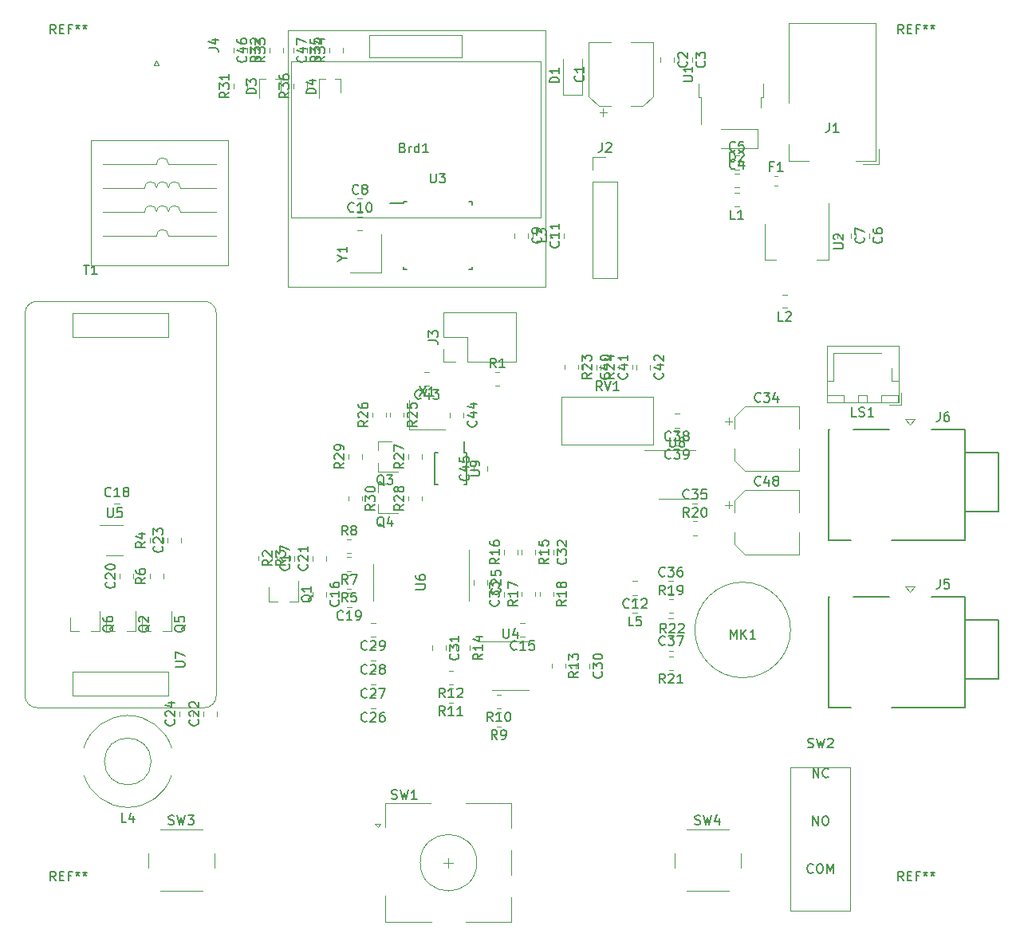
<source format=gbr>
%TF.GenerationSoftware,KiCad,Pcbnew,5.1.10*%
%TF.CreationDate,2021-06-16T16:49:43+02:00*%
%TF.ProjectId,uSDX,75534458-2e6b-4696-9361-645f70636258,rev?*%
%TF.SameCoordinates,Original*%
%TF.FileFunction,Legend,Top*%
%TF.FilePolarity,Positive*%
%FSLAX46Y46*%
G04 Gerber Fmt 4.6, Leading zero omitted, Abs format (unit mm)*
G04 Created by KiCad (PCBNEW 5.1.10) date 2021-06-16 16:49:43*
%MOMM*%
%LPD*%
G01*
G04 APERTURE LIST*
%ADD10C,0.120000*%
%ADD11C,0.150000*%
G04 APERTURE END LIST*
D10*
%TO.C,L5*%
X130436252Y41835000D02*
X129913748Y41835000D01*
X130436252Y43255000D02*
X129913748Y43255000D01*
%TO.C,C12*%
X130436252Y43715000D02*
X129913748Y43715000D01*
X130436252Y45185000D02*
X129913748Y45185000D01*
%TO.C,SW2*%
X146685000Y10160000D02*
X153035000Y10160000D01*
X153035000Y10160000D02*
X153035000Y25400000D01*
X153035000Y25400000D02*
X146685000Y25400000D01*
X146685000Y25400000D02*
X146685000Y10160000D01*
%TO.C,L4*%
X78803500Y26035000D02*
G75*
G03*
X78803500Y26035000I-2483500J0D01*
G01*
X71660901Y24575000D02*
G75*
G03*
X80979099Y24575000I4659099J1460000D01*
G01*
X71660901Y27495000D02*
G75*
G02*
X80979099Y27495000I4659099J-1460000D01*
G01*
%TO.C,U7*%
X65405000Y73660000D02*
G75*
G02*
X66675000Y74930000I1270000J0D01*
G01*
X66675000Y31750000D02*
G75*
G02*
X65405000Y33020000I0J1270000D01*
G01*
X84455000Y74930000D02*
G75*
G02*
X85725000Y73660000I0J-1270000D01*
G01*
X85725000Y33020000D02*
G75*
G02*
X84455000Y31750000I-1270000J0D01*
G01*
X66675000Y74930000D02*
X84455000Y74930000D01*
X65405000Y33020000D02*
X65405000Y73660000D01*
X84455000Y31750000D02*
X66675000Y31750000D01*
X85725000Y73660000D02*
X85725000Y33020000D01*
X70485000Y33020000D02*
X70485000Y35560000D01*
X70485000Y35560000D02*
X80645000Y35560000D01*
X80645000Y35560000D02*
X80645000Y33020000D01*
X70485000Y33020000D02*
X80645000Y33020000D01*
X70485000Y71120000D02*
X70485000Y73660000D01*
X70485000Y73660000D02*
X80645000Y73660000D01*
X80645000Y73660000D02*
X80645000Y71120000D01*
X80645000Y71120000D02*
X70485000Y71120000D01*
%TO.C,Q6*%
X70175000Y39880000D02*
X70175000Y41340000D01*
X73335000Y39880000D02*
X73335000Y42040000D01*
X73335000Y39880000D02*
X72405000Y39880000D01*
X70175000Y39880000D02*
X71105000Y39880000D01*
%TO.C,Q5*%
X77795000Y39880000D02*
X77795000Y41340000D01*
X80955000Y39880000D02*
X80955000Y42040000D01*
X80955000Y39880000D02*
X80025000Y39880000D01*
X77795000Y39880000D02*
X78725000Y39880000D01*
%TO.C,J6*%
X158885000Y62375000D02*
X159385000Y61825000D01*
X159885000Y62375000D02*
X158885000Y62375000D01*
X159385000Y61825000D02*
X159885000Y62375000D01*
D11*
X165185000Y49525000D02*
X157435000Y49525000D01*
X153085000Y49525000D02*
X150685000Y49525000D01*
X150685000Y49525000D02*
X150685000Y61325000D01*
X150685000Y61325000D02*
X150785000Y61325000D01*
X153385000Y61325000D02*
X157135000Y61325000D01*
X161635000Y61325000D02*
X165185000Y61325000D01*
X165185000Y61325000D02*
X165185000Y49525000D01*
X165185000Y52625000D02*
X168785000Y52625000D01*
X168785000Y52625000D02*
X168785000Y58825000D01*
X168785000Y58825000D02*
X165185000Y58825000D01*
D10*
%TO.C,J5*%
X158885000Y44595000D02*
X159385000Y44045000D01*
X159885000Y44595000D02*
X158885000Y44595000D01*
X159385000Y44045000D02*
X159885000Y44595000D01*
D11*
X165185000Y31745000D02*
X157435000Y31745000D01*
X153085000Y31745000D02*
X150685000Y31745000D01*
X150685000Y31745000D02*
X150685000Y43545000D01*
X150685000Y43545000D02*
X150785000Y43545000D01*
X153385000Y43545000D02*
X157135000Y43545000D01*
X161635000Y43545000D02*
X165185000Y43545000D01*
X165185000Y43545000D02*
X165185000Y31745000D01*
X165185000Y34845000D02*
X168785000Y34845000D01*
X168785000Y34845000D02*
X168785000Y41045000D01*
X168785000Y41045000D02*
X165185000Y41045000D01*
D10*
%TO.C,RV1*%
X122369000Y64760000D02*
X132139000Y64760000D01*
X122369000Y59690000D02*
X132139000Y59690000D01*
X122369000Y64760000D02*
X122369000Y59690000D01*
X132139000Y64760000D02*
X132139000Y59690000D01*
%TO.C,Y1*%
X99950000Y78010000D02*
X103250000Y78010000D01*
X103250000Y78010000D02*
X103250000Y82010000D01*
%TO.C,Brd1*%
X120142000Y100457000D02*
X119888000Y100445000D01*
X120142000Y83820000D02*
X120142000Y100457000D01*
X116802000Y83845000D02*
X120142000Y83820000D01*
X116802000Y100445000D02*
X119888000Y100445000D01*
X101981000Y103251000D02*
X101981000Y100838000D01*
X111760000Y100838000D02*
X101981000Y100838000D01*
X111760000Y103251000D02*
X111760000Y100838000D01*
X101981000Y103251000D02*
X111760000Y103251000D01*
X93702000Y100445000D02*
X116802000Y100445000D01*
X93702000Y83845000D02*
X93702000Y100445000D01*
X116802000Y83845000D02*
X93702000Y83845000D01*
X93280000Y76440000D02*
X93280000Y103740000D01*
X120680000Y76440000D02*
X93280000Y76440000D01*
X120680000Y103740000D02*
X120680000Y76440000D01*
X93280000Y103740000D02*
X120680000Y103740000D01*
%TO.C,C1*%
X126409750Y95016250D02*
X127197250Y95016250D01*
X126803500Y94622500D02*
X126803500Y95410000D01*
X130996563Y95650000D02*
X132061000Y96714437D01*
X126305437Y95650000D02*
X125241000Y96714437D01*
X126305437Y95650000D02*
X127591000Y95650000D01*
X130996563Y95650000D02*
X129711000Y95650000D01*
X132061000Y96714437D02*
X132061000Y102470000D01*
X125241000Y96714437D02*
X125241000Y102470000D01*
X125241000Y102470000D02*
X127591000Y102470000D01*
X132061000Y102470000D02*
X129711000Y102470000D01*
%TO.C,C2*%
X132869000Y100845252D02*
X132869000Y100322748D01*
X134339000Y100845252D02*
X134339000Y100322748D01*
%TO.C,C3*%
X136244000Y100845252D02*
X136244000Y100322748D01*
X134774000Y100845252D02*
X134774000Y100322748D01*
%TO.C,C4*%
X140708748Y88492000D02*
X141231252Y88492000D01*
X140708748Y87022000D02*
X141231252Y87022000D01*
%TO.C,C5*%
X140708748Y88927000D02*
X141231252Y88927000D01*
X140708748Y90397000D02*
X141231252Y90397000D01*
%TO.C,C6*%
X153570000Y82176252D02*
X153570000Y81653748D01*
X155040000Y82176252D02*
X155040000Y81653748D01*
%TO.C,C7*%
X151665000Y82176252D02*
X151665000Y81653748D01*
X153135000Y82176252D02*
X153135000Y81653748D01*
%TO.C,C8*%
X100703748Y84355000D02*
X101226252Y84355000D01*
X100703748Y85825000D02*
X101226252Y85825000D01*
%TO.C,C9*%
X117375000Y82176252D02*
X117375000Y81653748D01*
X118845000Y82176252D02*
X118845000Y81653748D01*
%TO.C,C10*%
X100703748Y83920000D02*
X101226252Y83920000D01*
X100703748Y82450000D02*
X101226252Y82450000D01*
%TO.C,C11*%
X120750000Y82176252D02*
X120750000Y81653748D01*
X119280000Y82176252D02*
X119280000Y81653748D01*
%TO.C,C15*%
X118498252Y40740000D02*
X117975748Y40740000D01*
X118498252Y39270000D02*
X117975748Y39270000D01*
%TO.C,C16*%
X95912000Y44076252D02*
X95912000Y43553748D01*
X97382000Y44076252D02*
X97382000Y43553748D01*
%TO.C,C17*%
X94007000Y47363748D02*
X94007000Y47886252D01*
X95477000Y47363748D02*
X95477000Y47886252D01*
%TO.C,C18*%
X75423752Y53440000D02*
X74901248Y53440000D01*
X75423752Y51970000D02*
X74901248Y51970000D01*
%TO.C,C19*%
X100083252Y42445000D02*
X99560748Y42445000D01*
X100083252Y43915000D02*
X99560748Y43915000D01*
%TO.C,C20*%
X76935000Y45458748D02*
X76935000Y45981252D01*
X75465000Y45458748D02*
X75465000Y45981252D01*
%TO.C,C21*%
X97382000Y47363748D02*
X97382000Y47886252D01*
X95912000Y47363748D02*
X95912000Y47886252D01*
%TO.C,C22*%
X84355000Y30853748D02*
X84355000Y31376252D01*
X85825000Y30853748D02*
X85825000Y31376252D01*
%TO.C,C23*%
X80545000Y49268748D02*
X80545000Y49791252D01*
X82015000Y49268748D02*
X82015000Y49791252D01*
%TO.C,C24*%
X83285000Y30853748D02*
X83285000Y31376252D01*
X81815000Y30853748D02*
X81815000Y31376252D01*
%TO.C,C25*%
X114527000Y45346252D02*
X114527000Y44823748D01*
X113057000Y45346252D02*
X113057000Y44823748D01*
%TO.C,C26*%
X102623252Y33120000D02*
X102100748Y33120000D01*
X102623252Y31650000D02*
X102100748Y31650000D01*
%TO.C,C27*%
X102623252Y34190000D02*
X102100748Y34190000D01*
X102623252Y35660000D02*
X102100748Y35660000D01*
%TO.C,C28*%
X102623252Y38200000D02*
X102100748Y38200000D01*
X102623252Y36730000D02*
X102100748Y36730000D01*
%TO.C,C29*%
X102623252Y39270000D02*
X102100748Y39270000D01*
X102623252Y40740000D02*
X102100748Y40740000D01*
%TO.C,C30*%
X123852000Y36456252D02*
X123852000Y35933748D01*
X125322000Y36456252D02*
X125322000Y35933748D01*
%TO.C,C31*%
X110082000Y38361252D02*
X110082000Y37838748D01*
X108612000Y38361252D02*
X108612000Y37838748D01*
%TO.C,C32*%
X121512000Y48521252D02*
X121512000Y47998748D01*
X120042000Y48521252D02*
X120042000Y47998748D01*
%TO.C,C33*%
X117702000Y43553748D02*
X117702000Y44076252D01*
X116232000Y43553748D02*
X116232000Y44076252D01*
%TO.C,C34*%
X140101250Y62566250D02*
X140101250Y61778750D01*
X139707500Y62172500D02*
X140495000Y62172500D01*
X140735000Y57979437D02*
X141799437Y56915000D01*
X140735000Y62670563D02*
X141799437Y63735000D01*
X140735000Y62670563D02*
X140735000Y61385000D01*
X140735000Y57979437D02*
X140735000Y59265000D01*
X141799437Y56915000D02*
X147555000Y56915000D01*
X141799437Y63735000D02*
X147555000Y63735000D01*
X147555000Y63735000D02*
X147555000Y61385000D01*
X147555000Y56915000D02*
X147555000Y59265000D01*
%TO.C,C35*%
X136263748Y51970000D02*
X136786252Y51970000D01*
X136263748Y53440000D02*
X136786252Y53440000D01*
%TO.C,C36*%
X133723748Y45185000D02*
X134246252Y45185000D01*
X133723748Y43715000D02*
X134246252Y43715000D01*
%TO.C,C37*%
X134246252Y41248000D02*
X133723748Y41248000D01*
X134246252Y39778000D02*
X133723748Y39778000D01*
%TO.C,C38*%
X134881252Y62965000D02*
X134358748Y62965000D01*
X134881252Y61495000D02*
X134358748Y61495000D01*
%TO.C,C39*%
X134881252Y59590000D02*
X134358748Y59590000D01*
X134881252Y61060000D02*
X134358748Y61060000D01*
%TO.C,C40*%
X126084000Y68206252D02*
X126084000Y67683748D01*
X124614000Y68206252D02*
X124614000Y67683748D01*
%TO.C,C41*%
X127989000Y68206252D02*
X127989000Y67683748D01*
X126519000Y68206252D02*
X126519000Y67683748D01*
%TO.C,C42*%
X131799000Y68206252D02*
X131799000Y67683748D01*
X130329000Y68206252D02*
X130329000Y67683748D01*
%TO.C,C43*%
X108338252Y65940000D02*
X107815748Y65940000D01*
X108338252Y67410000D02*
X107815748Y67410000D01*
%TO.C,C44*%
X110517000Y63126252D02*
X110517000Y62603748D01*
X111987000Y63126252D02*
X111987000Y62603748D01*
%TO.C,C45*%
X114527000Y56888748D02*
X114527000Y57411252D01*
X113057000Y56888748D02*
X113057000Y57411252D01*
%TO.C,C46*%
X89435000Y101338748D02*
X89435000Y101861252D01*
X90905000Y101338748D02*
X90905000Y101861252D01*
%TO.C,C47*%
X97255000Y101338748D02*
X97255000Y101861252D01*
X95785000Y101338748D02*
X95785000Y101861252D01*
%TO.C,C48*%
X147555000Y48025000D02*
X147555000Y50375000D01*
X147555000Y54845000D02*
X147555000Y52495000D01*
X141799437Y54845000D02*
X147555000Y54845000D01*
X141799437Y48025000D02*
X147555000Y48025000D01*
X140735000Y49089437D02*
X140735000Y50375000D01*
X140735000Y53780563D02*
X140735000Y52495000D01*
X140735000Y53780563D02*
X141799437Y54845000D01*
X140735000Y49089437D02*
X141799437Y48025000D01*
X139707500Y53282500D02*
X140495000Y53282500D01*
X140101250Y53676250D02*
X140101250Y52888750D01*
%TO.C,D1*%
X122571000Y96860000D02*
X122571000Y100710000D01*
X124571000Y96860000D02*
X124571000Y100710000D01*
X122571000Y96860000D02*
X124571000Y96860000D01*
%TO.C,D2*%
X143220000Y91202000D02*
X139320000Y91202000D01*
X143220000Y93202000D02*
X139320000Y93202000D01*
X143220000Y91202000D02*
X143220000Y93202000D01*
%TO.C,D3*%
X91940000Y98520000D02*
X92600000Y98520000D01*
X90280000Y98520000D02*
X90940000Y98520000D01*
X90280000Y98520000D02*
X90280000Y96490000D01*
X92600000Y97110000D02*
X92600000Y98520000D01*
%TO.C,D4*%
X98950000Y97110000D02*
X98950000Y98520000D01*
X96630000Y98520000D02*
X96630000Y96490000D01*
X96630000Y98520000D02*
X97290000Y98520000D01*
X98290000Y98520000D02*
X98950000Y98520000D01*
%TO.C,F1*%
X144989733Y87247000D02*
X145332267Y87247000D01*
X144989733Y88267000D02*
X145332267Y88267000D01*
%TO.C,J1*%
X155730000Y89805000D02*
X153630000Y89805000D01*
X156030000Y89505000D02*
X156030000Y91105000D01*
X154330000Y89505000D02*
X156030000Y89505000D01*
X146530000Y89805000D02*
X146530000Y91605000D01*
X148630000Y89805000D02*
X146530000Y89805000D01*
X155730000Y104505000D02*
X155730000Y89805000D01*
X146530000Y104505000D02*
X155730000Y104505000D01*
X146530000Y96005000D02*
X146530000Y104505000D01*
%TO.C,J2*%
X125670000Y90230000D02*
X127000000Y90230000D01*
X125670000Y88900000D02*
X125670000Y90230000D01*
X125670000Y87630000D02*
X128330000Y87630000D01*
X128330000Y87630000D02*
X128330000Y77410000D01*
X125670000Y87630000D02*
X125670000Y77410000D01*
X125670000Y77410000D02*
X128330000Y77410000D01*
%TO.C,J3*%
X109795000Y68520000D02*
X109795000Y69850000D01*
X111125000Y68520000D02*
X109795000Y68520000D01*
X109795000Y71120000D02*
X109795000Y73720000D01*
X112395000Y71120000D02*
X109795000Y71120000D01*
X112395000Y68520000D02*
X112395000Y71120000D01*
X109795000Y73720000D02*
X117535000Y73720000D01*
X112395000Y68520000D02*
X117535000Y68520000D01*
X117535000Y68520000D02*
X117535000Y73720000D01*
%TO.C,J4*%
X79625000Y99970000D02*
X79375000Y100470000D01*
X79125000Y99970000D02*
X79625000Y99970000D01*
X79375000Y100470000D02*
X79125000Y99970000D01*
%TO.C,L1*%
X141231252Y86435000D02*
X140708748Y86435000D01*
X141231252Y85015000D02*
X140708748Y85015000D01*
%TO.C,L2*%
X146311252Y75640000D02*
X145788748Y75640000D01*
X146311252Y74220000D02*
X145788748Y74220000D01*
%TO.C,L3*%
X121210000Y81653748D02*
X121210000Y82176252D01*
X122630000Y81653748D02*
X122630000Y82176252D01*
%TO.C,LS1*%
X158425000Y63925000D02*
X158425000Y65175000D01*
X157175000Y63925000D02*
X158425000Y63925000D01*
X151275000Y69425000D02*
X154325000Y69425000D01*
X151275000Y66475000D02*
X151275000Y69425000D01*
X150525000Y66475000D02*
X151275000Y66475000D01*
X154325000Y69425000D02*
X156315000Y69425000D01*
X157375000Y66475000D02*
X157375000Y67815000D01*
X158125000Y66475000D02*
X157375000Y66475000D01*
X150525000Y64225000D02*
X152325000Y64225000D01*
X150525000Y64975000D02*
X150525000Y64225000D01*
X152325000Y64975000D02*
X150525000Y64975000D01*
X152325000Y64225000D02*
X152325000Y64975000D01*
X156325000Y64225000D02*
X158125000Y64225000D01*
X156325000Y64975000D02*
X156325000Y64225000D01*
X158125000Y64975000D02*
X156325000Y64975000D01*
X158125000Y64225000D02*
X158125000Y64975000D01*
X153825000Y64225000D02*
X154825000Y64225000D01*
X153825000Y64975000D02*
X153825000Y64225000D01*
X154825000Y64975000D02*
X153825000Y64975000D01*
X154825000Y64225000D02*
X154825000Y64975000D01*
X150515000Y64215000D02*
X158135000Y64215000D01*
X150515000Y70185000D02*
X150515000Y64215000D01*
X158135000Y70185000D02*
X150515000Y70185000D01*
X158135000Y64215000D02*
X158135000Y70185000D01*
%TO.C,MK1*%
X146685000Y40005000D02*
G75*
G03*
X146685000Y40005000I-5080000J0D01*
G01*
%TO.C,Q1*%
X91257000Y43055000D02*
X91257000Y44515000D01*
X94417000Y43055000D02*
X94417000Y45215000D01*
X94417000Y43055000D02*
X93487000Y43055000D01*
X91257000Y43055000D02*
X92187000Y43055000D01*
%TO.C,Q2*%
X73985000Y39880000D02*
X73985000Y41340000D01*
X77145000Y39880000D02*
X77145000Y42040000D01*
X77145000Y39880000D02*
X76215000Y39880000D01*
X73985000Y39880000D02*
X74915000Y39880000D01*
%TO.C,Q3*%
X102872000Y60000000D02*
X104332000Y60000000D01*
X102872000Y56840000D02*
X105032000Y56840000D01*
X102872000Y56840000D02*
X102872000Y57770000D01*
X102872000Y60000000D02*
X102872000Y59070000D01*
%TO.C,Q4*%
X102872000Y55555000D02*
X102872000Y54625000D01*
X102872000Y52395000D02*
X102872000Y53325000D01*
X102872000Y52395000D02*
X105032000Y52395000D01*
X102872000Y55555000D02*
X104332000Y55555000D01*
%TO.C,R1*%
X115342936Y65940000D02*
X115797064Y65940000D01*
X115342936Y67410000D02*
X115797064Y67410000D01*
%TO.C,R2*%
X93572000Y47397936D02*
X93572000Y47852064D01*
X92102000Y47397936D02*
X92102000Y47852064D01*
%TO.C,R3*%
X91667000Y47852064D02*
X91667000Y47397936D01*
X90197000Y47852064D02*
X90197000Y47397936D01*
%TO.C,R4*%
X78640000Y49302936D02*
X78640000Y49757064D01*
X80110000Y49302936D02*
X80110000Y49757064D01*
%TO.C,R5*%
X100049064Y44350000D02*
X99594936Y44350000D01*
X100049064Y45820000D02*
X99594936Y45820000D01*
%TO.C,R6*%
X78640000Y45492936D02*
X78640000Y45947064D01*
X80110000Y45492936D02*
X80110000Y45947064D01*
%TO.C,R7*%
X100049064Y46255000D02*
X99594936Y46255000D01*
X100049064Y47725000D02*
X99594936Y47725000D01*
%TO.C,R8*%
X99594936Y48160000D02*
X100049064Y48160000D01*
X99594936Y49630000D02*
X100049064Y49630000D01*
%TO.C,R9*%
X115924064Y31215000D02*
X115469936Y31215000D01*
X115924064Y29745000D02*
X115469936Y29745000D01*
%TO.C,R10*%
X115924064Y31650000D02*
X115469936Y31650000D01*
X115924064Y33120000D02*
X115469936Y33120000D01*
%TO.C,R11*%
X110844064Y33755000D02*
X110389936Y33755000D01*
X110844064Y32285000D02*
X110389936Y32285000D01*
%TO.C,R12*%
X110844064Y34190000D02*
X110389936Y34190000D01*
X110844064Y35660000D02*
X110389936Y35660000D01*
%TO.C,R13*%
X122782000Y36422064D02*
X122782000Y35967936D01*
X121312000Y36422064D02*
X121312000Y35967936D01*
%TO.C,R14*%
X111152000Y38327064D02*
X111152000Y37872936D01*
X112622000Y38327064D02*
X112622000Y37872936D01*
%TO.C,R15*%
X119607000Y48487064D02*
X119607000Y48032936D01*
X118137000Y48487064D02*
X118137000Y48032936D01*
%TO.C,R16*%
X117702000Y48032936D02*
X117702000Y48487064D01*
X116232000Y48032936D02*
X116232000Y48487064D01*
%TO.C,R17*%
X119607000Y43587936D02*
X119607000Y44042064D01*
X118137000Y43587936D02*
X118137000Y44042064D01*
%TO.C,R18*%
X121512000Y44042064D02*
X121512000Y43587936D01*
X120042000Y44042064D02*
X120042000Y43587936D01*
%TO.C,R19*%
X133757936Y41810000D02*
X134212064Y41810000D01*
X133757936Y43280000D02*
X134212064Y43280000D01*
%TO.C,R20*%
X136297936Y50065000D02*
X136752064Y50065000D01*
X136297936Y51535000D02*
X136752064Y51535000D01*
%TO.C,R21*%
X134212064Y37184000D02*
X133757936Y37184000D01*
X134212064Y35714000D02*
X133757936Y35714000D01*
%TO.C,R22*%
X133757936Y39216000D02*
X134212064Y39216000D01*
X133757936Y37746000D02*
X134212064Y37746000D01*
%TO.C,R23*%
X122709000Y68172064D02*
X122709000Y67717936D01*
X124179000Y68172064D02*
X124179000Y67717936D01*
%TO.C,R24*%
X128424000Y67717936D02*
X128424000Y68172064D01*
X129894000Y67717936D02*
X129894000Y68172064D01*
%TO.C,R25*%
X105637000Y63092064D02*
X105637000Y62637936D01*
X104167000Y63092064D02*
X104167000Y62637936D01*
%TO.C,R26*%
X103732000Y62637936D02*
X103732000Y63092064D01*
X102262000Y62637936D02*
X102262000Y63092064D01*
%TO.C,R27*%
X106072000Y58192936D02*
X106072000Y58647064D01*
X107542000Y58192936D02*
X107542000Y58647064D01*
%TO.C,R28*%
X106072000Y53747936D02*
X106072000Y54202064D01*
X107542000Y53747936D02*
X107542000Y54202064D01*
%TO.C,R29*%
X101192000Y58192936D02*
X101192000Y58647064D01*
X99722000Y58192936D02*
X99722000Y58647064D01*
%TO.C,R30*%
X99722000Y54202064D02*
X99722000Y53747936D01*
X101192000Y54202064D02*
X101192000Y53747936D01*
%TO.C,R31*%
X89000000Y97562936D02*
X89000000Y98017064D01*
X87530000Y97562936D02*
X87530000Y98017064D01*
%TO.C,R32*%
X89000000Y101827064D02*
X89000000Y101372936D01*
X87530000Y101827064D02*
X87530000Y101372936D01*
%TO.C,R33*%
X92810000Y101372936D02*
X92810000Y101827064D01*
X91340000Y101372936D02*
X91340000Y101827064D01*
%TO.C,R34*%
X97690000Y101372936D02*
X97690000Y101827064D01*
X99160000Y101372936D02*
X99160000Y101827064D01*
%TO.C,R35*%
X95350000Y101827064D02*
X95350000Y101372936D01*
X93880000Y101827064D02*
X93880000Y101372936D01*
%TO.C,R36*%
X93880000Y97562936D02*
X93880000Y98017064D01*
X95350000Y97562936D02*
X95350000Y98017064D01*
%TO.C,SW1*%
X113370000Y15280000D02*
G75*
G03*
X113370000Y15280000I-3000000J0D01*
G01*
X112170000Y21580000D02*
X117070000Y21580000D01*
X117070000Y8980000D02*
X112170000Y8980000D01*
X108570000Y8980000D02*
X103670000Y8980000D01*
X103670000Y8980000D02*
X103670000Y11780000D01*
X108470000Y21580000D02*
X103670000Y21580000D01*
X103670000Y21580000D02*
X103670000Y19080000D01*
X102870000Y19080000D02*
X102570000Y19380000D01*
X102570000Y19380000D02*
X103170000Y19380000D01*
X103170000Y19380000D02*
X102870000Y19080000D01*
X117070000Y21580000D02*
X117070000Y18980000D01*
X117070000Y16580000D02*
X117070000Y13980000D01*
X117070000Y11580000D02*
X117070000Y8980000D01*
X110370000Y15780000D02*
X110370000Y14780000D01*
X109870000Y15280000D02*
X110870000Y15280000D01*
%TO.C,SW3*%
X79740000Y12280000D02*
X84240000Y12280000D01*
X78490000Y16280000D02*
X78490000Y14780000D01*
X84240000Y18780000D02*
X79740000Y18780000D01*
X85490000Y14780000D02*
X85490000Y16280000D01*
%TO.C,SW4*%
X141370000Y14780000D02*
X141370000Y16280000D01*
X140120000Y18780000D02*
X135620000Y18780000D01*
X134370000Y16280000D02*
X134370000Y14780000D01*
X135620000Y12280000D02*
X140120000Y12280000D01*
%TO.C,T1*%
X81915000Y86995000D02*
X85725000Y86995000D01*
X73660000Y86995000D02*
X78105000Y86995000D01*
X81915000Y84455000D02*
X85725000Y84455000D01*
X73660000Y84455000D02*
X78105000Y84455000D01*
X80645000Y81915000D02*
X85725000Y81915000D01*
X73660000Y81915000D02*
X79375000Y81915000D01*
X80645000Y89535000D02*
X85725000Y89535000D01*
X73660000Y89535000D02*
X79375000Y89535000D01*
X72390000Y92075000D02*
X72390000Y78740000D01*
X86995000Y92075000D02*
X72390000Y92075000D01*
X86995000Y78740000D02*
X86995000Y92075000D01*
X72390000Y78740000D02*
X86995000Y78740000D01*
X79375000Y89535000D02*
G75*
G02*
X80645000Y89535000I635000J0D01*
G01*
X79375000Y81915000D02*
G75*
G02*
X80645000Y81915000I635000J0D01*
G01*
X79375000Y84455000D02*
G75*
G02*
X80645000Y84455000I635000J0D01*
G01*
X80645000Y84455000D02*
G75*
G02*
X81915000Y84455000I635000J0D01*
G01*
X78105000Y84455000D02*
G75*
G02*
X79375000Y84455000I635000J0D01*
G01*
X79375000Y86995000D02*
G75*
G02*
X80645000Y86995000I635000J0D01*
G01*
X80645000Y86995000D02*
G75*
G02*
X81915000Y86995000I635000J0D01*
G01*
X78105000Y86995000D02*
G75*
G02*
X79375000Y86995000I635000J0D01*
G01*
%TO.C,U1*%
X143515000Y96590000D02*
X143515000Y95490000D01*
X143785000Y96590000D02*
X143515000Y96590000D01*
X143785000Y98090000D02*
X143785000Y96590000D01*
X137155000Y96590000D02*
X137155000Y93760000D01*
X136885000Y96590000D02*
X137155000Y96590000D01*
X136885000Y98090000D02*
X136885000Y96590000D01*
%TO.C,U2*%
X150730000Y85380000D02*
X150730000Y79370000D01*
X143910000Y83130000D02*
X143910000Y79370000D01*
X150730000Y79370000D02*
X149470000Y79370000D01*
X143910000Y79370000D02*
X145170000Y79370000D01*
D11*
%TO.C,U3*%
X105595000Y85315000D02*
X104170000Y85315000D01*
X112845000Y85540000D02*
X112520000Y85540000D01*
X112845000Y78290000D02*
X112520000Y78290000D01*
X105595000Y78290000D02*
X105920000Y78290000D01*
X105595000Y85540000D02*
X105920000Y85540000D01*
X105595000Y78290000D02*
X105595000Y78615000D01*
X112845000Y78290000D02*
X112845000Y78615000D01*
X112845000Y85540000D02*
X112845000Y85215000D01*
X105595000Y85540000D02*
X105595000Y85315000D01*
D10*
%TO.C,U4*%
X116967000Y33635000D02*
X118917000Y33635000D01*
X116967000Y33635000D02*
X115017000Y33635000D01*
X116967000Y38755000D02*
X118917000Y38755000D01*
X116967000Y38755000D02*
X113517000Y38755000D01*
%TO.C,U5*%
X75830000Y51140000D02*
X73380000Y51140000D01*
X74030000Y47920000D02*
X75830000Y47920000D01*
%TO.C,U6*%
X112502000Y45085000D02*
X112502000Y48535000D01*
X112502000Y45085000D02*
X112502000Y43135000D01*
X102382000Y45085000D02*
X102382000Y47035000D01*
X102382000Y45085000D02*
X102382000Y43135000D01*
%TO.C,U8*%
X134620000Y59075000D02*
X131170000Y59075000D01*
X134620000Y59075000D02*
X136570000Y59075000D01*
X134620000Y53955000D02*
X132670000Y53955000D01*
X134620000Y53955000D02*
X136570000Y53955000D01*
D11*
%TO.C,U9*%
X112067000Y58825000D02*
X112067000Y60050000D01*
X108942000Y58825000D02*
X108942000Y55475000D01*
X112292000Y58825000D02*
X112292000Y55475000D01*
X108942000Y58825000D02*
X109242000Y58825000D01*
X108942000Y55475000D02*
X109242000Y55475000D01*
X112292000Y55475000D02*
X111992000Y55475000D01*
X112292000Y58825000D02*
X112067000Y58825000D01*
D10*
%TO.C,X1*%
X106177000Y61290000D02*
X109977000Y61290000D01*
X106177000Y64440000D02*
X106177000Y61290000D01*
%TO.C,L5*%
D11*
X130008333Y40442619D02*
X129532142Y40442619D01*
X129532142Y41442619D01*
X130817857Y41442619D02*
X130341666Y41442619D01*
X130294047Y40966428D01*
X130341666Y41014047D01*
X130436904Y41061666D01*
X130675000Y41061666D01*
X130770238Y41014047D01*
X130817857Y40966428D01*
X130865476Y40871190D01*
X130865476Y40633095D01*
X130817857Y40537857D01*
X130770238Y40490238D01*
X130675000Y40442619D01*
X130436904Y40442619D01*
X130341666Y40490238D01*
X130294047Y40537857D01*
%TO.C,C12*%
X129532142Y42412857D02*
X129484523Y42365238D01*
X129341666Y42317619D01*
X129246428Y42317619D01*
X129103571Y42365238D01*
X129008333Y42460476D01*
X128960714Y42555714D01*
X128913095Y42746190D01*
X128913095Y42889047D01*
X128960714Y43079523D01*
X129008333Y43174761D01*
X129103571Y43270000D01*
X129246428Y43317619D01*
X129341666Y43317619D01*
X129484523Y43270000D01*
X129532142Y43222380D01*
X130484523Y42317619D02*
X129913095Y42317619D01*
X130198809Y42317619D02*
X130198809Y43317619D01*
X130103571Y43174761D01*
X130008333Y43079523D01*
X129913095Y43031904D01*
X130865476Y43222380D02*
X130913095Y43270000D01*
X131008333Y43317619D01*
X131246428Y43317619D01*
X131341666Y43270000D01*
X131389285Y43222380D01*
X131436904Y43127142D01*
X131436904Y43031904D01*
X131389285Y42889047D01*
X130817857Y42317619D01*
X131436904Y42317619D01*
%TO.C,SW2*%
X148526666Y27535238D02*
X148669523Y27487619D01*
X148907619Y27487619D01*
X149002857Y27535238D01*
X149050476Y27582857D01*
X149098095Y27678095D01*
X149098095Y27773333D01*
X149050476Y27868571D01*
X149002857Y27916190D01*
X148907619Y27963809D01*
X148717142Y28011428D01*
X148621904Y28059047D01*
X148574285Y28106666D01*
X148526666Y28201904D01*
X148526666Y28297142D01*
X148574285Y28392380D01*
X148621904Y28440000D01*
X148717142Y28487619D01*
X148955238Y28487619D01*
X149098095Y28440000D01*
X149431428Y28487619D02*
X149669523Y27487619D01*
X149860000Y28201904D01*
X150050476Y27487619D01*
X150288571Y28487619D01*
X150621904Y28392380D02*
X150669523Y28440000D01*
X150764761Y28487619D01*
X151002857Y28487619D01*
X151098095Y28440000D01*
X151145714Y28392380D01*
X151193333Y28297142D01*
X151193333Y28201904D01*
X151145714Y28059047D01*
X150574285Y27487619D01*
X151193333Y27487619D01*
X149074285Y24312619D02*
X149074285Y25312619D01*
X149645714Y24312619D01*
X149645714Y25312619D01*
X150693333Y24407857D02*
X150645714Y24360238D01*
X150502857Y24312619D01*
X150407619Y24312619D01*
X150264761Y24360238D01*
X150169523Y24455476D01*
X150121904Y24550714D01*
X150074285Y24741190D01*
X150074285Y24884047D01*
X150121904Y25074523D01*
X150169523Y25169761D01*
X150264761Y25265000D01*
X150407619Y25312619D01*
X150502857Y25312619D01*
X150645714Y25265000D01*
X150693333Y25217380D01*
X149050476Y19232619D02*
X149050476Y20232619D01*
X149621904Y19232619D01*
X149621904Y20232619D01*
X150288571Y20232619D02*
X150479047Y20232619D01*
X150574285Y20185000D01*
X150669523Y20089761D01*
X150717142Y19899285D01*
X150717142Y19565952D01*
X150669523Y19375476D01*
X150574285Y19280238D01*
X150479047Y19232619D01*
X150288571Y19232619D01*
X150193333Y19280238D01*
X150098095Y19375476D01*
X150050476Y19565952D01*
X150050476Y19899285D01*
X150098095Y20089761D01*
X150193333Y20185000D01*
X150288571Y20232619D01*
X149074285Y14247857D02*
X149026666Y14200238D01*
X148883809Y14152619D01*
X148788571Y14152619D01*
X148645714Y14200238D01*
X148550476Y14295476D01*
X148502857Y14390714D01*
X148455238Y14581190D01*
X148455238Y14724047D01*
X148502857Y14914523D01*
X148550476Y15009761D01*
X148645714Y15105000D01*
X148788571Y15152619D01*
X148883809Y15152619D01*
X149026666Y15105000D01*
X149074285Y15057380D01*
X149693333Y15152619D02*
X149883809Y15152619D01*
X149979047Y15105000D01*
X150074285Y15009761D01*
X150121904Y14819285D01*
X150121904Y14485952D01*
X150074285Y14295476D01*
X149979047Y14200238D01*
X149883809Y14152619D01*
X149693333Y14152619D01*
X149598095Y14200238D01*
X149502857Y14295476D01*
X149455238Y14485952D01*
X149455238Y14819285D01*
X149502857Y15009761D01*
X149598095Y15105000D01*
X149693333Y15152619D01*
X150550476Y14152619D02*
X150550476Y15152619D01*
X150883809Y14438333D01*
X151217142Y15152619D01*
X151217142Y14152619D01*
%TO.C,L4*%
X76153333Y19570119D02*
X75677142Y19570119D01*
X75677142Y20570119D01*
X76915238Y20236785D02*
X76915238Y19570119D01*
X76677142Y20617738D02*
X76439047Y19903452D01*
X77058095Y19903452D01*
%TO.C,U7*%
X81367380Y36068095D02*
X82176904Y36068095D01*
X82272142Y36115714D01*
X82319761Y36163333D01*
X82367380Y36258571D01*
X82367380Y36449047D01*
X82319761Y36544285D01*
X82272142Y36591904D01*
X82176904Y36639523D01*
X81367380Y36639523D01*
X81367380Y37020476D02*
X81367380Y37687142D01*
X82367380Y37258571D01*
%TO.C,Q6*%
X74802619Y40544761D02*
X74755000Y40449523D01*
X74659761Y40354285D01*
X74516904Y40211428D01*
X74469285Y40116190D01*
X74469285Y40020952D01*
X74707380Y40068571D02*
X74659761Y39973333D01*
X74564523Y39878095D01*
X74374047Y39830476D01*
X74040714Y39830476D01*
X73850238Y39878095D01*
X73755000Y39973333D01*
X73707380Y40068571D01*
X73707380Y40259047D01*
X73755000Y40354285D01*
X73850238Y40449523D01*
X74040714Y40497142D01*
X74374047Y40497142D01*
X74564523Y40449523D01*
X74659761Y40354285D01*
X74707380Y40259047D01*
X74707380Y40068571D01*
X73707380Y41354285D02*
X73707380Y41163809D01*
X73755000Y41068571D01*
X73802619Y41020952D01*
X73945476Y40925714D01*
X74135952Y40878095D01*
X74516904Y40878095D01*
X74612142Y40925714D01*
X74659761Y40973333D01*
X74707380Y41068571D01*
X74707380Y41259047D01*
X74659761Y41354285D01*
X74612142Y41401904D01*
X74516904Y41449523D01*
X74278809Y41449523D01*
X74183571Y41401904D01*
X74135952Y41354285D01*
X74088333Y41259047D01*
X74088333Y41068571D01*
X74135952Y40973333D01*
X74183571Y40925714D01*
X74278809Y40878095D01*
%TO.C,Q5*%
X82422619Y40544761D02*
X82375000Y40449523D01*
X82279761Y40354285D01*
X82136904Y40211428D01*
X82089285Y40116190D01*
X82089285Y40020952D01*
X82327380Y40068571D02*
X82279761Y39973333D01*
X82184523Y39878095D01*
X81994047Y39830476D01*
X81660714Y39830476D01*
X81470238Y39878095D01*
X81375000Y39973333D01*
X81327380Y40068571D01*
X81327380Y40259047D01*
X81375000Y40354285D01*
X81470238Y40449523D01*
X81660714Y40497142D01*
X81994047Y40497142D01*
X82184523Y40449523D01*
X82279761Y40354285D01*
X82327380Y40259047D01*
X82327380Y40068571D01*
X81327380Y41401904D02*
X81327380Y40925714D01*
X81803571Y40878095D01*
X81755952Y40925714D01*
X81708333Y41020952D01*
X81708333Y41259047D01*
X81755952Y41354285D01*
X81803571Y41401904D01*
X81898809Y41449523D01*
X82136904Y41449523D01*
X82232142Y41401904D01*
X82279761Y41354285D01*
X82327380Y41259047D01*
X82327380Y41020952D01*
X82279761Y40925714D01*
X82232142Y40878095D01*
%TO.C,REF\u002A\u002A*%
X68666666Y103347619D02*
X68333333Y103823809D01*
X68095238Y103347619D02*
X68095238Y104347619D01*
X68476190Y104347619D01*
X68571428Y104300000D01*
X68619047Y104252380D01*
X68666666Y104157142D01*
X68666666Y104014285D01*
X68619047Y103919047D01*
X68571428Y103871428D01*
X68476190Y103823809D01*
X68095238Y103823809D01*
X69095238Y103871428D02*
X69428571Y103871428D01*
X69571428Y103347619D02*
X69095238Y103347619D01*
X69095238Y104347619D01*
X69571428Y104347619D01*
X70333333Y103871428D02*
X70000000Y103871428D01*
X70000000Y103347619D02*
X70000000Y104347619D01*
X70476190Y104347619D01*
X71000000Y104347619D02*
X71000000Y104109523D01*
X70761904Y104204761D02*
X71000000Y104109523D01*
X71238095Y104204761D01*
X70857142Y103919047D02*
X71000000Y104109523D01*
X71142857Y103919047D01*
X71761904Y104347619D02*
X71761904Y104109523D01*
X71523809Y104204761D02*
X71761904Y104109523D01*
X72000000Y104204761D01*
X71619047Y103919047D02*
X71761904Y104109523D01*
X71904761Y103919047D01*
X68666666Y13347619D02*
X68333333Y13823809D01*
X68095238Y13347619D02*
X68095238Y14347619D01*
X68476190Y14347619D01*
X68571428Y14300000D01*
X68619047Y14252380D01*
X68666666Y14157142D01*
X68666666Y14014285D01*
X68619047Y13919047D01*
X68571428Y13871428D01*
X68476190Y13823809D01*
X68095238Y13823809D01*
X69095238Y13871428D02*
X69428571Y13871428D01*
X69571428Y13347619D02*
X69095238Y13347619D01*
X69095238Y14347619D01*
X69571428Y14347619D01*
X70333333Y13871428D02*
X70000000Y13871428D01*
X70000000Y13347619D02*
X70000000Y14347619D01*
X70476190Y14347619D01*
X71000000Y14347619D02*
X71000000Y14109523D01*
X70761904Y14204761D02*
X71000000Y14109523D01*
X71238095Y14204761D01*
X70857142Y13919047D02*
X71000000Y14109523D01*
X71142857Y13919047D01*
X71761904Y14347619D02*
X71761904Y14109523D01*
X71523809Y14204761D02*
X71761904Y14109523D01*
X72000000Y14204761D01*
X71619047Y13919047D02*
X71761904Y14109523D01*
X71904761Y13919047D01*
X158666666Y13347619D02*
X158333333Y13823809D01*
X158095238Y13347619D02*
X158095238Y14347619D01*
X158476190Y14347619D01*
X158571428Y14300000D01*
X158619047Y14252380D01*
X158666666Y14157142D01*
X158666666Y14014285D01*
X158619047Y13919047D01*
X158571428Y13871428D01*
X158476190Y13823809D01*
X158095238Y13823809D01*
X159095238Y13871428D02*
X159428571Y13871428D01*
X159571428Y13347619D02*
X159095238Y13347619D01*
X159095238Y14347619D01*
X159571428Y14347619D01*
X160333333Y13871428D02*
X160000000Y13871428D01*
X160000000Y13347619D02*
X160000000Y14347619D01*
X160476190Y14347619D01*
X161000000Y14347619D02*
X161000000Y14109523D01*
X160761904Y14204761D02*
X161000000Y14109523D01*
X161238095Y14204761D01*
X160857142Y13919047D02*
X161000000Y14109523D01*
X161142857Y13919047D01*
X161761904Y14347619D02*
X161761904Y14109523D01*
X161523809Y14204761D02*
X161761904Y14109523D01*
X162000000Y14204761D01*
X161619047Y13919047D02*
X161761904Y14109523D01*
X161904761Y13919047D01*
X158666666Y103347619D02*
X158333333Y103823809D01*
X158095238Y103347619D02*
X158095238Y104347619D01*
X158476190Y104347619D01*
X158571428Y104300000D01*
X158619047Y104252380D01*
X158666666Y104157142D01*
X158666666Y104014285D01*
X158619047Y103919047D01*
X158571428Y103871428D01*
X158476190Y103823809D01*
X158095238Y103823809D01*
X159095238Y103871428D02*
X159428571Y103871428D01*
X159571428Y103347619D02*
X159095238Y103347619D01*
X159095238Y104347619D01*
X159571428Y104347619D01*
X160333333Y103871428D02*
X160000000Y103871428D01*
X160000000Y103347619D02*
X160000000Y104347619D01*
X160476190Y104347619D01*
X161000000Y104347619D02*
X161000000Y104109523D01*
X160761904Y104204761D02*
X161000000Y104109523D01*
X161238095Y104204761D01*
X160857142Y103919047D02*
X161000000Y104109523D01*
X161142857Y103919047D01*
X161761904Y104347619D02*
X161761904Y104109523D01*
X161523809Y104204761D02*
X161761904Y104109523D01*
X162000000Y104204761D01*
X161619047Y103919047D02*
X161761904Y104109523D01*
X161904761Y103919047D01*
%TO.C,J6*%
X162551666Y63172619D02*
X162551666Y62458333D01*
X162504047Y62315476D01*
X162408809Y62220238D01*
X162265952Y62172619D01*
X162170714Y62172619D01*
X163456428Y63172619D02*
X163265952Y63172619D01*
X163170714Y63125000D01*
X163123095Y63077380D01*
X163027857Y62934523D01*
X162980238Y62744047D01*
X162980238Y62363095D01*
X163027857Y62267857D01*
X163075476Y62220238D01*
X163170714Y62172619D01*
X163361190Y62172619D01*
X163456428Y62220238D01*
X163504047Y62267857D01*
X163551666Y62363095D01*
X163551666Y62601190D01*
X163504047Y62696428D01*
X163456428Y62744047D01*
X163361190Y62791666D01*
X163170714Y62791666D01*
X163075476Y62744047D01*
X163027857Y62696428D01*
X162980238Y62601190D01*
%TO.C,J5*%
X162551666Y45392619D02*
X162551666Y44678333D01*
X162504047Y44535476D01*
X162408809Y44440238D01*
X162265952Y44392619D01*
X162170714Y44392619D01*
X163504047Y45392619D02*
X163027857Y45392619D01*
X162980238Y44916428D01*
X163027857Y44964047D01*
X163123095Y45011666D01*
X163361190Y45011666D01*
X163456428Y44964047D01*
X163504047Y44916428D01*
X163551666Y44821190D01*
X163551666Y44583095D01*
X163504047Y44487857D01*
X163456428Y44440238D01*
X163361190Y44392619D01*
X163123095Y44392619D01*
X163027857Y44440238D01*
X162980238Y44487857D01*
%TO.C,RV1*%
X126658761Y65437619D02*
X126325428Y65913809D01*
X126087333Y65437619D02*
X126087333Y66437619D01*
X126468285Y66437619D01*
X126563523Y66390000D01*
X126611142Y66342380D01*
X126658761Y66247142D01*
X126658761Y66104285D01*
X126611142Y66009047D01*
X126563523Y65961428D01*
X126468285Y65913809D01*
X126087333Y65913809D01*
X126944476Y66437619D02*
X127277809Y65437619D01*
X127611142Y66437619D01*
X128468285Y65437619D02*
X127896857Y65437619D01*
X128182571Y65437619D02*
X128182571Y66437619D01*
X128087333Y66294761D01*
X127992095Y66199523D01*
X127896857Y66151904D01*
%TO.C,Y1*%
X99126190Y79533809D02*
X99602380Y79533809D01*
X98602380Y79200476D02*
X99126190Y79533809D01*
X98602380Y79867142D01*
X99602380Y80724285D02*
X99602380Y80152857D01*
X99602380Y80438571D02*
X98602380Y80438571D01*
X98745238Y80343333D01*
X98840476Y80248095D01*
X98888095Y80152857D01*
%TO.C,Brd1*%
X105513333Y91257428D02*
X105656190Y91209809D01*
X105703809Y91162190D01*
X105751428Y91066952D01*
X105751428Y90924095D01*
X105703809Y90828857D01*
X105656190Y90781238D01*
X105560952Y90733619D01*
X105180000Y90733619D01*
X105180000Y91733619D01*
X105513333Y91733619D01*
X105608571Y91686000D01*
X105656190Y91638380D01*
X105703809Y91543142D01*
X105703809Y91447904D01*
X105656190Y91352666D01*
X105608571Y91305047D01*
X105513333Y91257428D01*
X105180000Y91257428D01*
X106180000Y90733619D02*
X106180000Y91400285D01*
X106180000Y91209809D02*
X106227619Y91305047D01*
X106275238Y91352666D01*
X106370476Y91400285D01*
X106465714Y91400285D01*
X107227619Y90733619D02*
X107227619Y91733619D01*
X107227619Y90781238D02*
X107132380Y90733619D01*
X106941904Y90733619D01*
X106846666Y90781238D01*
X106799047Y90828857D01*
X106751428Y90924095D01*
X106751428Y91209809D01*
X106799047Y91305047D01*
X106846666Y91352666D01*
X106941904Y91400285D01*
X107132380Y91400285D01*
X107227619Y91352666D01*
X108227619Y90733619D02*
X107656190Y90733619D01*
X107941904Y90733619D02*
X107941904Y91733619D01*
X107846666Y91590761D01*
X107751428Y91495523D01*
X107656190Y91447904D01*
%TO.C,C1*%
X124658142Y98893333D02*
X124705761Y98845714D01*
X124753380Y98702857D01*
X124753380Y98607619D01*
X124705761Y98464761D01*
X124610523Y98369523D01*
X124515285Y98321904D01*
X124324809Y98274285D01*
X124181952Y98274285D01*
X123991476Y98321904D01*
X123896238Y98369523D01*
X123801000Y98464761D01*
X123753380Y98607619D01*
X123753380Y98702857D01*
X123801000Y98845714D01*
X123848619Y98893333D01*
X124753380Y99845714D02*
X124753380Y99274285D01*
X124753380Y99560000D02*
X123753380Y99560000D01*
X123896238Y99464761D01*
X123991476Y99369523D01*
X124039095Y99274285D01*
%TO.C,C2*%
X135641142Y100417333D02*
X135688761Y100369714D01*
X135736380Y100226857D01*
X135736380Y100131619D01*
X135688761Y99988761D01*
X135593523Y99893523D01*
X135498285Y99845904D01*
X135307809Y99798285D01*
X135164952Y99798285D01*
X134974476Y99845904D01*
X134879238Y99893523D01*
X134784000Y99988761D01*
X134736380Y100131619D01*
X134736380Y100226857D01*
X134784000Y100369714D01*
X134831619Y100417333D01*
X134831619Y100798285D02*
X134784000Y100845904D01*
X134736380Y100941142D01*
X134736380Y101179238D01*
X134784000Y101274476D01*
X134831619Y101322095D01*
X134926857Y101369714D01*
X135022095Y101369714D01*
X135164952Y101322095D01*
X135736380Y100750666D01*
X135736380Y101369714D01*
%TO.C,C3*%
X137546142Y100417333D02*
X137593761Y100369714D01*
X137641380Y100226857D01*
X137641380Y100131619D01*
X137593761Y99988761D01*
X137498523Y99893523D01*
X137403285Y99845904D01*
X137212809Y99798285D01*
X137069952Y99798285D01*
X136879476Y99845904D01*
X136784238Y99893523D01*
X136689000Y99988761D01*
X136641380Y100131619D01*
X136641380Y100226857D01*
X136689000Y100369714D01*
X136736619Y100417333D01*
X136641380Y100750666D02*
X136641380Y101369714D01*
X137022333Y101036380D01*
X137022333Y101179238D01*
X137069952Y101274476D01*
X137117571Y101322095D01*
X137212809Y101369714D01*
X137450904Y101369714D01*
X137546142Y101322095D01*
X137593761Y101274476D01*
X137641380Y101179238D01*
X137641380Y100893523D01*
X137593761Y100798285D01*
X137546142Y100750666D01*
%TO.C,C4*%
X140803333Y89079857D02*
X140755714Y89032238D01*
X140612857Y88984619D01*
X140517619Y88984619D01*
X140374761Y89032238D01*
X140279523Y89127476D01*
X140231904Y89222714D01*
X140184285Y89413190D01*
X140184285Y89556047D01*
X140231904Y89746523D01*
X140279523Y89841761D01*
X140374761Y89937000D01*
X140517619Y89984619D01*
X140612857Y89984619D01*
X140755714Y89937000D01*
X140803333Y89889380D01*
X141660476Y89651285D02*
X141660476Y88984619D01*
X141422380Y90032238D02*
X141184285Y89317952D01*
X141803333Y89317952D01*
%TO.C,C5*%
X140803333Y90984857D02*
X140755714Y90937238D01*
X140612857Y90889619D01*
X140517619Y90889619D01*
X140374761Y90937238D01*
X140279523Y91032476D01*
X140231904Y91127714D01*
X140184285Y91318190D01*
X140184285Y91461047D01*
X140231904Y91651523D01*
X140279523Y91746761D01*
X140374761Y91842000D01*
X140517619Y91889619D01*
X140612857Y91889619D01*
X140755714Y91842000D01*
X140803333Y91794380D01*
X141708095Y91889619D02*
X141231904Y91889619D01*
X141184285Y91413428D01*
X141231904Y91461047D01*
X141327142Y91508666D01*
X141565238Y91508666D01*
X141660476Y91461047D01*
X141708095Y91413428D01*
X141755714Y91318190D01*
X141755714Y91080095D01*
X141708095Y90984857D01*
X141660476Y90937238D01*
X141565238Y90889619D01*
X141327142Y90889619D01*
X141231904Y90937238D01*
X141184285Y90984857D01*
%TO.C,C6*%
X156342142Y81748333D02*
X156389761Y81700714D01*
X156437380Y81557857D01*
X156437380Y81462619D01*
X156389761Y81319761D01*
X156294523Y81224523D01*
X156199285Y81176904D01*
X156008809Y81129285D01*
X155865952Y81129285D01*
X155675476Y81176904D01*
X155580238Y81224523D01*
X155485000Y81319761D01*
X155437380Y81462619D01*
X155437380Y81557857D01*
X155485000Y81700714D01*
X155532619Y81748333D01*
X155437380Y82605476D02*
X155437380Y82415000D01*
X155485000Y82319761D01*
X155532619Y82272142D01*
X155675476Y82176904D01*
X155865952Y82129285D01*
X156246904Y82129285D01*
X156342142Y82176904D01*
X156389761Y82224523D01*
X156437380Y82319761D01*
X156437380Y82510238D01*
X156389761Y82605476D01*
X156342142Y82653095D01*
X156246904Y82700714D01*
X156008809Y82700714D01*
X155913571Y82653095D01*
X155865952Y82605476D01*
X155818333Y82510238D01*
X155818333Y82319761D01*
X155865952Y82224523D01*
X155913571Y82176904D01*
X156008809Y82129285D01*
%TO.C,C7*%
X154437142Y81748333D02*
X154484761Y81700714D01*
X154532380Y81557857D01*
X154532380Y81462619D01*
X154484761Y81319761D01*
X154389523Y81224523D01*
X154294285Y81176904D01*
X154103809Y81129285D01*
X153960952Y81129285D01*
X153770476Y81176904D01*
X153675238Y81224523D01*
X153580000Y81319761D01*
X153532380Y81462619D01*
X153532380Y81557857D01*
X153580000Y81700714D01*
X153627619Y81748333D01*
X153532380Y82081666D02*
X153532380Y82748333D01*
X154532380Y82319761D01*
%TO.C,C8*%
X100798333Y86412857D02*
X100750714Y86365238D01*
X100607857Y86317619D01*
X100512619Y86317619D01*
X100369761Y86365238D01*
X100274523Y86460476D01*
X100226904Y86555714D01*
X100179285Y86746190D01*
X100179285Y86889047D01*
X100226904Y87079523D01*
X100274523Y87174761D01*
X100369761Y87270000D01*
X100512619Y87317619D01*
X100607857Y87317619D01*
X100750714Y87270000D01*
X100798333Y87222380D01*
X101369761Y86889047D02*
X101274523Y86936666D01*
X101226904Y86984285D01*
X101179285Y87079523D01*
X101179285Y87127142D01*
X101226904Y87222380D01*
X101274523Y87270000D01*
X101369761Y87317619D01*
X101560238Y87317619D01*
X101655476Y87270000D01*
X101703095Y87222380D01*
X101750714Y87127142D01*
X101750714Y87079523D01*
X101703095Y86984285D01*
X101655476Y86936666D01*
X101560238Y86889047D01*
X101369761Y86889047D01*
X101274523Y86841428D01*
X101226904Y86793809D01*
X101179285Y86698571D01*
X101179285Y86508095D01*
X101226904Y86412857D01*
X101274523Y86365238D01*
X101369761Y86317619D01*
X101560238Y86317619D01*
X101655476Y86365238D01*
X101703095Y86412857D01*
X101750714Y86508095D01*
X101750714Y86698571D01*
X101703095Y86793809D01*
X101655476Y86841428D01*
X101560238Y86889047D01*
%TO.C,C9*%
X120147142Y81748333D02*
X120194761Y81700714D01*
X120242380Y81557857D01*
X120242380Y81462619D01*
X120194761Y81319761D01*
X120099523Y81224523D01*
X120004285Y81176904D01*
X119813809Y81129285D01*
X119670952Y81129285D01*
X119480476Y81176904D01*
X119385238Y81224523D01*
X119290000Y81319761D01*
X119242380Y81462619D01*
X119242380Y81557857D01*
X119290000Y81700714D01*
X119337619Y81748333D01*
X120242380Y82224523D02*
X120242380Y82415000D01*
X120194761Y82510238D01*
X120147142Y82557857D01*
X120004285Y82653095D01*
X119813809Y82700714D01*
X119432857Y82700714D01*
X119337619Y82653095D01*
X119290000Y82605476D01*
X119242380Y82510238D01*
X119242380Y82319761D01*
X119290000Y82224523D01*
X119337619Y82176904D01*
X119432857Y82129285D01*
X119670952Y82129285D01*
X119766190Y82176904D01*
X119813809Y82224523D01*
X119861428Y82319761D01*
X119861428Y82510238D01*
X119813809Y82605476D01*
X119766190Y82653095D01*
X119670952Y82700714D01*
%TO.C,C10*%
X100322142Y84507857D02*
X100274523Y84460238D01*
X100131666Y84412619D01*
X100036428Y84412619D01*
X99893571Y84460238D01*
X99798333Y84555476D01*
X99750714Y84650714D01*
X99703095Y84841190D01*
X99703095Y84984047D01*
X99750714Y85174523D01*
X99798333Y85269761D01*
X99893571Y85365000D01*
X100036428Y85412619D01*
X100131666Y85412619D01*
X100274523Y85365000D01*
X100322142Y85317380D01*
X101274523Y84412619D02*
X100703095Y84412619D01*
X100988809Y84412619D02*
X100988809Y85412619D01*
X100893571Y85269761D01*
X100798333Y85174523D01*
X100703095Y85126904D01*
X101893571Y85412619D02*
X101988809Y85412619D01*
X102084047Y85365000D01*
X102131666Y85317380D01*
X102179285Y85222142D01*
X102226904Y85031666D01*
X102226904Y84793571D01*
X102179285Y84603095D01*
X102131666Y84507857D01*
X102084047Y84460238D01*
X101988809Y84412619D01*
X101893571Y84412619D01*
X101798333Y84460238D01*
X101750714Y84507857D01*
X101703095Y84603095D01*
X101655476Y84793571D01*
X101655476Y85031666D01*
X101703095Y85222142D01*
X101750714Y85317380D01*
X101798333Y85365000D01*
X101893571Y85412619D01*
%TO.C,C11*%
X122052142Y81272142D02*
X122099761Y81224523D01*
X122147380Y81081666D01*
X122147380Y80986428D01*
X122099761Y80843571D01*
X122004523Y80748333D01*
X121909285Y80700714D01*
X121718809Y80653095D01*
X121575952Y80653095D01*
X121385476Y80700714D01*
X121290238Y80748333D01*
X121195000Y80843571D01*
X121147380Y80986428D01*
X121147380Y81081666D01*
X121195000Y81224523D01*
X121242619Y81272142D01*
X122147380Y82224523D02*
X122147380Y81653095D01*
X122147380Y81938809D02*
X121147380Y81938809D01*
X121290238Y81843571D01*
X121385476Y81748333D01*
X121433095Y81653095D01*
X122147380Y83176904D02*
X122147380Y82605476D01*
X122147380Y82891190D02*
X121147380Y82891190D01*
X121290238Y82795952D01*
X121385476Y82700714D01*
X121433095Y82605476D01*
%TO.C,C15*%
X117594142Y37967857D02*
X117546523Y37920238D01*
X117403666Y37872619D01*
X117308428Y37872619D01*
X117165571Y37920238D01*
X117070333Y38015476D01*
X117022714Y38110714D01*
X116975095Y38301190D01*
X116975095Y38444047D01*
X117022714Y38634523D01*
X117070333Y38729761D01*
X117165571Y38825000D01*
X117308428Y38872619D01*
X117403666Y38872619D01*
X117546523Y38825000D01*
X117594142Y38777380D01*
X118546523Y37872619D02*
X117975095Y37872619D01*
X118260809Y37872619D02*
X118260809Y38872619D01*
X118165571Y38729761D01*
X118070333Y38634523D01*
X117975095Y38586904D01*
X119451285Y38872619D02*
X118975095Y38872619D01*
X118927476Y38396428D01*
X118975095Y38444047D01*
X119070333Y38491666D01*
X119308428Y38491666D01*
X119403666Y38444047D01*
X119451285Y38396428D01*
X119498904Y38301190D01*
X119498904Y38063095D01*
X119451285Y37967857D01*
X119403666Y37920238D01*
X119308428Y37872619D01*
X119070333Y37872619D01*
X118975095Y37920238D01*
X118927476Y37967857D01*
%TO.C,C16*%
X98684142Y43172142D02*
X98731761Y43124523D01*
X98779380Y42981666D01*
X98779380Y42886428D01*
X98731761Y42743571D01*
X98636523Y42648333D01*
X98541285Y42600714D01*
X98350809Y42553095D01*
X98207952Y42553095D01*
X98017476Y42600714D01*
X97922238Y42648333D01*
X97827000Y42743571D01*
X97779380Y42886428D01*
X97779380Y42981666D01*
X97827000Y43124523D01*
X97874619Y43172142D01*
X98779380Y44124523D02*
X98779380Y43553095D01*
X98779380Y43838809D02*
X97779380Y43838809D01*
X97922238Y43743571D01*
X98017476Y43648333D01*
X98065095Y43553095D01*
X97779380Y44981666D02*
X97779380Y44791190D01*
X97827000Y44695952D01*
X97874619Y44648333D01*
X98017476Y44553095D01*
X98207952Y44505476D01*
X98588904Y44505476D01*
X98684142Y44553095D01*
X98731761Y44600714D01*
X98779380Y44695952D01*
X98779380Y44886428D01*
X98731761Y44981666D01*
X98684142Y45029285D01*
X98588904Y45076904D01*
X98350809Y45076904D01*
X98255571Y45029285D01*
X98207952Y44981666D01*
X98160333Y44886428D01*
X98160333Y44695952D01*
X98207952Y44600714D01*
X98255571Y44553095D01*
X98350809Y44505476D01*
%TO.C,C17*%
X93419142Y46982142D02*
X93466761Y46934523D01*
X93514380Y46791666D01*
X93514380Y46696428D01*
X93466761Y46553571D01*
X93371523Y46458333D01*
X93276285Y46410714D01*
X93085809Y46363095D01*
X92942952Y46363095D01*
X92752476Y46410714D01*
X92657238Y46458333D01*
X92562000Y46553571D01*
X92514380Y46696428D01*
X92514380Y46791666D01*
X92562000Y46934523D01*
X92609619Y46982142D01*
X93514380Y47934523D02*
X93514380Y47363095D01*
X93514380Y47648809D02*
X92514380Y47648809D01*
X92657238Y47553571D01*
X92752476Y47458333D01*
X92800095Y47363095D01*
X92514380Y48267857D02*
X92514380Y48934523D01*
X93514380Y48505952D01*
%TO.C,C18*%
X74519642Y54252857D02*
X74472023Y54205238D01*
X74329166Y54157619D01*
X74233928Y54157619D01*
X74091071Y54205238D01*
X73995833Y54300476D01*
X73948214Y54395714D01*
X73900595Y54586190D01*
X73900595Y54729047D01*
X73948214Y54919523D01*
X73995833Y55014761D01*
X74091071Y55110000D01*
X74233928Y55157619D01*
X74329166Y55157619D01*
X74472023Y55110000D01*
X74519642Y55062380D01*
X75472023Y54157619D02*
X74900595Y54157619D01*
X75186309Y54157619D02*
X75186309Y55157619D01*
X75091071Y55014761D01*
X74995833Y54919523D01*
X74900595Y54871904D01*
X76043452Y54729047D02*
X75948214Y54776666D01*
X75900595Y54824285D01*
X75852976Y54919523D01*
X75852976Y54967142D01*
X75900595Y55062380D01*
X75948214Y55110000D01*
X76043452Y55157619D01*
X76233928Y55157619D01*
X76329166Y55110000D01*
X76376785Y55062380D01*
X76424404Y54967142D01*
X76424404Y54919523D01*
X76376785Y54824285D01*
X76329166Y54776666D01*
X76233928Y54729047D01*
X76043452Y54729047D01*
X75948214Y54681428D01*
X75900595Y54633809D01*
X75852976Y54538571D01*
X75852976Y54348095D01*
X75900595Y54252857D01*
X75948214Y54205238D01*
X76043452Y54157619D01*
X76233928Y54157619D01*
X76329166Y54205238D01*
X76376785Y54252857D01*
X76424404Y54348095D01*
X76424404Y54538571D01*
X76376785Y54633809D01*
X76329166Y54681428D01*
X76233928Y54729047D01*
%TO.C,C19*%
X99179142Y41142857D02*
X99131523Y41095238D01*
X98988666Y41047619D01*
X98893428Y41047619D01*
X98750571Y41095238D01*
X98655333Y41190476D01*
X98607714Y41285714D01*
X98560095Y41476190D01*
X98560095Y41619047D01*
X98607714Y41809523D01*
X98655333Y41904761D01*
X98750571Y42000000D01*
X98893428Y42047619D01*
X98988666Y42047619D01*
X99131523Y42000000D01*
X99179142Y41952380D01*
X100131523Y41047619D02*
X99560095Y41047619D01*
X99845809Y41047619D02*
X99845809Y42047619D01*
X99750571Y41904761D01*
X99655333Y41809523D01*
X99560095Y41761904D01*
X100607714Y41047619D02*
X100798190Y41047619D01*
X100893428Y41095238D01*
X100941047Y41142857D01*
X101036285Y41285714D01*
X101083904Y41476190D01*
X101083904Y41857142D01*
X101036285Y41952380D01*
X100988666Y42000000D01*
X100893428Y42047619D01*
X100702952Y42047619D01*
X100607714Y42000000D01*
X100560095Y41952380D01*
X100512476Y41857142D01*
X100512476Y41619047D01*
X100560095Y41523809D01*
X100607714Y41476190D01*
X100702952Y41428571D01*
X100893428Y41428571D01*
X100988666Y41476190D01*
X101036285Y41523809D01*
X101083904Y41619047D01*
%TO.C,C20*%
X74877142Y45077142D02*
X74924761Y45029523D01*
X74972380Y44886666D01*
X74972380Y44791428D01*
X74924761Y44648571D01*
X74829523Y44553333D01*
X74734285Y44505714D01*
X74543809Y44458095D01*
X74400952Y44458095D01*
X74210476Y44505714D01*
X74115238Y44553333D01*
X74020000Y44648571D01*
X73972380Y44791428D01*
X73972380Y44886666D01*
X74020000Y45029523D01*
X74067619Y45077142D01*
X74067619Y45458095D02*
X74020000Y45505714D01*
X73972380Y45600952D01*
X73972380Y45839047D01*
X74020000Y45934285D01*
X74067619Y45981904D01*
X74162857Y46029523D01*
X74258095Y46029523D01*
X74400952Y45981904D01*
X74972380Y45410476D01*
X74972380Y46029523D01*
X73972380Y46648571D02*
X73972380Y46743809D01*
X74020000Y46839047D01*
X74067619Y46886666D01*
X74162857Y46934285D01*
X74353333Y46981904D01*
X74591428Y46981904D01*
X74781904Y46934285D01*
X74877142Y46886666D01*
X74924761Y46839047D01*
X74972380Y46743809D01*
X74972380Y46648571D01*
X74924761Y46553333D01*
X74877142Y46505714D01*
X74781904Y46458095D01*
X74591428Y46410476D01*
X74353333Y46410476D01*
X74162857Y46458095D01*
X74067619Y46505714D01*
X74020000Y46553333D01*
X73972380Y46648571D01*
%TO.C,C21*%
X95324142Y46982142D02*
X95371761Y46934523D01*
X95419380Y46791666D01*
X95419380Y46696428D01*
X95371761Y46553571D01*
X95276523Y46458333D01*
X95181285Y46410714D01*
X94990809Y46363095D01*
X94847952Y46363095D01*
X94657476Y46410714D01*
X94562238Y46458333D01*
X94467000Y46553571D01*
X94419380Y46696428D01*
X94419380Y46791666D01*
X94467000Y46934523D01*
X94514619Y46982142D01*
X94514619Y47363095D02*
X94467000Y47410714D01*
X94419380Y47505952D01*
X94419380Y47744047D01*
X94467000Y47839285D01*
X94514619Y47886904D01*
X94609857Y47934523D01*
X94705095Y47934523D01*
X94847952Y47886904D01*
X95419380Y47315476D01*
X95419380Y47934523D01*
X95419380Y48886904D02*
X95419380Y48315476D01*
X95419380Y48601190D02*
X94419380Y48601190D01*
X94562238Y48505952D01*
X94657476Y48410714D01*
X94705095Y48315476D01*
%TO.C,C22*%
X83767142Y30472142D02*
X83814761Y30424523D01*
X83862380Y30281666D01*
X83862380Y30186428D01*
X83814761Y30043571D01*
X83719523Y29948333D01*
X83624285Y29900714D01*
X83433809Y29853095D01*
X83290952Y29853095D01*
X83100476Y29900714D01*
X83005238Y29948333D01*
X82910000Y30043571D01*
X82862380Y30186428D01*
X82862380Y30281666D01*
X82910000Y30424523D01*
X82957619Y30472142D01*
X82957619Y30853095D02*
X82910000Y30900714D01*
X82862380Y30995952D01*
X82862380Y31234047D01*
X82910000Y31329285D01*
X82957619Y31376904D01*
X83052857Y31424523D01*
X83148095Y31424523D01*
X83290952Y31376904D01*
X83862380Y30805476D01*
X83862380Y31424523D01*
X82957619Y31805476D02*
X82910000Y31853095D01*
X82862380Y31948333D01*
X82862380Y32186428D01*
X82910000Y32281666D01*
X82957619Y32329285D01*
X83052857Y32376904D01*
X83148095Y32376904D01*
X83290952Y32329285D01*
X83862380Y31757857D01*
X83862380Y32376904D01*
%TO.C,C23*%
X79957142Y48887142D02*
X80004761Y48839523D01*
X80052380Y48696666D01*
X80052380Y48601428D01*
X80004761Y48458571D01*
X79909523Y48363333D01*
X79814285Y48315714D01*
X79623809Y48268095D01*
X79480952Y48268095D01*
X79290476Y48315714D01*
X79195238Y48363333D01*
X79100000Y48458571D01*
X79052380Y48601428D01*
X79052380Y48696666D01*
X79100000Y48839523D01*
X79147619Y48887142D01*
X79147619Y49268095D02*
X79100000Y49315714D01*
X79052380Y49410952D01*
X79052380Y49649047D01*
X79100000Y49744285D01*
X79147619Y49791904D01*
X79242857Y49839523D01*
X79338095Y49839523D01*
X79480952Y49791904D01*
X80052380Y49220476D01*
X80052380Y49839523D01*
X79052380Y50172857D02*
X79052380Y50791904D01*
X79433333Y50458571D01*
X79433333Y50601428D01*
X79480952Y50696666D01*
X79528571Y50744285D01*
X79623809Y50791904D01*
X79861904Y50791904D01*
X79957142Y50744285D01*
X80004761Y50696666D01*
X80052380Y50601428D01*
X80052380Y50315714D01*
X80004761Y50220476D01*
X79957142Y50172857D01*
%TO.C,C24*%
X81227142Y30472142D02*
X81274761Y30424523D01*
X81322380Y30281666D01*
X81322380Y30186428D01*
X81274761Y30043571D01*
X81179523Y29948333D01*
X81084285Y29900714D01*
X80893809Y29853095D01*
X80750952Y29853095D01*
X80560476Y29900714D01*
X80465238Y29948333D01*
X80370000Y30043571D01*
X80322380Y30186428D01*
X80322380Y30281666D01*
X80370000Y30424523D01*
X80417619Y30472142D01*
X80417619Y30853095D02*
X80370000Y30900714D01*
X80322380Y30995952D01*
X80322380Y31234047D01*
X80370000Y31329285D01*
X80417619Y31376904D01*
X80512857Y31424523D01*
X80608095Y31424523D01*
X80750952Y31376904D01*
X81322380Y30805476D01*
X81322380Y31424523D01*
X80655714Y32281666D02*
X81322380Y32281666D01*
X80274761Y32043571D02*
X80989047Y31805476D01*
X80989047Y32424523D01*
%TO.C,C25*%
X115829142Y44442142D02*
X115876761Y44394523D01*
X115924380Y44251666D01*
X115924380Y44156428D01*
X115876761Y44013571D01*
X115781523Y43918333D01*
X115686285Y43870714D01*
X115495809Y43823095D01*
X115352952Y43823095D01*
X115162476Y43870714D01*
X115067238Y43918333D01*
X114972000Y44013571D01*
X114924380Y44156428D01*
X114924380Y44251666D01*
X114972000Y44394523D01*
X115019619Y44442142D01*
X115019619Y44823095D02*
X114972000Y44870714D01*
X114924380Y44965952D01*
X114924380Y45204047D01*
X114972000Y45299285D01*
X115019619Y45346904D01*
X115114857Y45394523D01*
X115210095Y45394523D01*
X115352952Y45346904D01*
X115924380Y44775476D01*
X115924380Y45394523D01*
X114924380Y46299285D02*
X114924380Y45823095D01*
X115400571Y45775476D01*
X115352952Y45823095D01*
X115305333Y45918333D01*
X115305333Y46156428D01*
X115352952Y46251666D01*
X115400571Y46299285D01*
X115495809Y46346904D01*
X115733904Y46346904D01*
X115829142Y46299285D01*
X115876761Y46251666D01*
X115924380Y46156428D01*
X115924380Y45918333D01*
X115876761Y45823095D01*
X115829142Y45775476D01*
%TO.C,C26*%
X101719142Y30347857D02*
X101671523Y30300238D01*
X101528666Y30252619D01*
X101433428Y30252619D01*
X101290571Y30300238D01*
X101195333Y30395476D01*
X101147714Y30490714D01*
X101100095Y30681190D01*
X101100095Y30824047D01*
X101147714Y31014523D01*
X101195333Y31109761D01*
X101290571Y31205000D01*
X101433428Y31252619D01*
X101528666Y31252619D01*
X101671523Y31205000D01*
X101719142Y31157380D01*
X102100095Y31157380D02*
X102147714Y31205000D01*
X102242952Y31252619D01*
X102481047Y31252619D01*
X102576285Y31205000D01*
X102623904Y31157380D01*
X102671523Y31062142D01*
X102671523Y30966904D01*
X102623904Y30824047D01*
X102052476Y30252619D01*
X102671523Y30252619D01*
X103528666Y31252619D02*
X103338190Y31252619D01*
X103242952Y31205000D01*
X103195333Y31157380D01*
X103100095Y31014523D01*
X103052476Y30824047D01*
X103052476Y30443095D01*
X103100095Y30347857D01*
X103147714Y30300238D01*
X103242952Y30252619D01*
X103433428Y30252619D01*
X103528666Y30300238D01*
X103576285Y30347857D01*
X103623904Y30443095D01*
X103623904Y30681190D01*
X103576285Y30776428D01*
X103528666Y30824047D01*
X103433428Y30871666D01*
X103242952Y30871666D01*
X103147714Y30824047D01*
X103100095Y30776428D01*
X103052476Y30681190D01*
%TO.C,C27*%
X101719142Y32887857D02*
X101671523Y32840238D01*
X101528666Y32792619D01*
X101433428Y32792619D01*
X101290571Y32840238D01*
X101195333Y32935476D01*
X101147714Y33030714D01*
X101100095Y33221190D01*
X101100095Y33364047D01*
X101147714Y33554523D01*
X101195333Y33649761D01*
X101290571Y33745000D01*
X101433428Y33792619D01*
X101528666Y33792619D01*
X101671523Y33745000D01*
X101719142Y33697380D01*
X102100095Y33697380D02*
X102147714Y33745000D01*
X102242952Y33792619D01*
X102481047Y33792619D01*
X102576285Y33745000D01*
X102623904Y33697380D01*
X102671523Y33602142D01*
X102671523Y33506904D01*
X102623904Y33364047D01*
X102052476Y32792619D01*
X102671523Y32792619D01*
X103004857Y33792619D02*
X103671523Y33792619D01*
X103242952Y32792619D01*
%TO.C,C28*%
X101719142Y35427857D02*
X101671523Y35380238D01*
X101528666Y35332619D01*
X101433428Y35332619D01*
X101290571Y35380238D01*
X101195333Y35475476D01*
X101147714Y35570714D01*
X101100095Y35761190D01*
X101100095Y35904047D01*
X101147714Y36094523D01*
X101195333Y36189761D01*
X101290571Y36285000D01*
X101433428Y36332619D01*
X101528666Y36332619D01*
X101671523Y36285000D01*
X101719142Y36237380D01*
X102100095Y36237380D02*
X102147714Y36285000D01*
X102242952Y36332619D01*
X102481047Y36332619D01*
X102576285Y36285000D01*
X102623904Y36237380D01*
X102671523Y36142142D01*
X102671523Y36046904D01*
X102623904Y35904047D01*
X102052476Y35332619D01*
X102671523Y35332619D01*
X103242952Y35904047D02*
X103147714Y35951666D01*
X103100095Y35999285D01*
X103052476Y36094523D01*
X103052476Y36142142D01*
X103100095Y36237380D01*
X103147714Y36285000D01*
X103242952Y36332619D01*
X103433428Y36332619D01*
X103528666Y36285000D01*
X103576285Y36237380D01*
X103623904Y36142142D01*
X103623904Y36094523D01*
X103576285Y35999285D01*
X103528666Y35951666D01*
X103433428Y35904047D01*
X103242952Y35904047D01*
X103147714Y35856428D01*
X103100095Y35808809D01*
X103052476Y35713571D01*
X103052476Y35523095D01*
X103100095Y35427857D01*
X103147714Y35380238D01*
X103242952Y35332619D01*
X103433428Y35332619D01*
X103528666Y35380238D01*
X103576285Y35427857D01*
X103623904Y35523095D01*
X103623904Y35713571D01*
X103576285Y35808809D01*
X103528666Y35856428D01*
X103433428Y35904047D01*
%TO.C,C29*%
X101719142Y37967857D02*
X101671523Y37920238D01*
X101528666Y37872619D01*
X101433428Y37872619D01*
X101290571Y37920238D01*
X101195333Y38015476D01*
X101147714Y38110714D01*
X101100095Y38301190D01*
X101100095Y38444047D01*
X101147714Y38634523D01*
X101195333Y38729761D01*
X101290571Y38825000D01*
X101433428Y38872619D01*
X101528666Y38872619D01*
X101671523Y38825000D01*
X101719142Y38777380D01*
X102100095Y38777380D02*
X102147714Y38825000D01*
X102242952Y38872619D01*
X102481047Y38872619D01*
X102576285Y38825000D01*
X102623904Y38777380D01*
X102671523Y38682142D01*
X102671523Y38586904D01*
X102623904Y38444047D01*
X102052476Y37872619D01*
X102671523Y37872619D01*
X103147714Y37872619D02*
X103338190Y37872619D01*
X103433428Y37920238D01*
X103481047Y37967857D01*
X103576285Y38110714D01*
X103623904Y38301190D01*
X103623904Y38682142D01*
X103576285Y38777380D01*
X103528666Y38825000D01*
X103433428Y38872619D01*
X103242952Y38872619D01*
X103147714Y38825000D01*
X103100095Y38777380D01*
X103052476Y38682142D01*
X103052476Y38444047D01*
X103100095Y38348809D01*
X103147714Y38301190D01*
X103242952Y38253571D01*
X103433428Y38253571D01*
X103528666Y38301190D01*
X103576285Y38348809D01*
X103623904Y38444047D01*
%TO.C,C30*%
X126624142Y35552142D02*
X126671761Y35504523D01*
X126719380Y35361666D01*
X126719380Y35266428D01*
X126671761Y35123571D01*
X126576523Y35028333D01*
X126481285Y34980714D01*
X126290809Y34933095D01*
X126147952Y34933095D01*
X125957476Y34980714D01*
X125862238Y35028333D01*
X125767000Y35123571D01*
X125719380Y35266428D01*
X125719380Y35361666D01*
X125767000Y35504523D01*
X125814619Y35552142D01*
X125719380Y35885476D02*
X125719380Y36504523D01*
X126100333Y36171190D01*
X126100333Y36314047D01*
X126147952Y36409285D01*
X126195571Y36456904D01*
X126290809Y36504523D01*
X126528904Y36504523D01*
X126624142Y36456904D01*
X126671761Y36409285D01*
X126719380Y36314047D01*
X126719380Y36028333D01*
X126671761Y35933095D01*
X126624142Y35885476D01*
X125719380Y37123571D02*
X125719380Y37218809D01*
X125767000Y37314047D01*
X125814619Y37361666D01*
X125909857Y37409285D01*
X126100333Y37456904D01*
X126338428Y37456904D01*
X126528904Y37409285D01*
X126624142Y37361666D01*
X126671761Y37314047D01*
X126719380Y37218809D01*
X126719380Y37123571D01*
X126671761Y37028333D01*
X126624142Y36980714D01*
X126528904Y36933095D01*
X126338428Y36885476D01*
X126100333Y36885476D01*
X125909857Y36933095D01*
X125814619Y36980714D01*
X125767000Y37028333D01*
X125719380Y37123571D01*
%TO.C,C31*%
X111384142Y37457142D02*
X111431761Y37409523D01*
X111479380Y37266666D01*
X111479380Y37171428D01*
X111431761Y37028571D01*
X111336523Y36933333D01*
X111241285Y36885714D01*
X111050809Y36838095D01*
X110907952Y36838095D01*
X110717476Y36885714D01*
X110622238Y36933333D01*
X110527000Y37028571D01*
X110479380Y37171428D01*
X110479380Y37266666D01*
X110527000Y37409523D01*
X110574619Y37457142D01*
X110479380Y37790476D02*
X110479380Y38409523D01*
X110860333Y38076190D01*
X110860333Y38219047D01*
X110907952Y38314285D01*
X110955571Y38361904D01*
X111050809Y38409523D01*
X111288904Y38409523D01*
X111384142Y38361904D01*
X111431761Y38314285D01*
X111479380Y38219047D01*
X111479380Y37933333D01*
X111431761Y37838095D01*
X111384142Y37790476D01*
X111479380Y39361904D02*
X111479380Y38790476D01*
X111479380Y39076190D02*
X110479380Y39076190D01*
X110622238Y38980952D01*
X110717476Y38885714D01*
X110765095Y38790476D01*
%TO.C,C32*%
X122814142Y47617142D02*
X122861761Y47569523D01*
X122909380Y47426666D01*
X122909380Y47331428D01*
X122861761Y47188571D01*
X122766523Y47093333D01*
X122671285Y47045714D01*
X122480809Y46998095D01*
X122337952Y46998095D01*
X122147476Y47045714D01*
X122052238Y47093333D01*
X121957000Y47188571D01*
X121909380Y47331428D01*
X121909380Y47426666D01*
X121957000Y47569523D01*
X122004619Y47617142D01*
X121909380Y47950476D02*
X121909380Y48569523D01*
X122290333Y48236190D01*
X122290333Y48379047D01*
X122337952Y48474285D01*
X122385571Y48521904D01*
X122480809Y48569523D01*
X122718904Y48569523D01*
X122814142Y48521904D01*
X122861761Y48474285D01*
X122909380Y48379047D01*
X122909380Y48093333D01*
X122861761Y47998095D01*
X122814142Y47950476D01*
X122004619Y48950476D02*
X121957000Y48998095D01*
X121909380Y49093333D01*
X121909380Y49331428D01*
X121957000Y49426666D01*
X122004619Y49474285D01*
X122099857Y49521904D01*
X122195095Y49521904D01*
X122337952Y49474285D01*
X122909380Y48902857D01*
X122909380Y49521904D01*
%TO.C,C33*%
X115644142Y43172142D02*
X115691761Y43124523D01*
X115739380Y42981666D01*
X115739380Y42886428D01*
X115691761Y42743571D01*
X115596523Y42648333D01*
X115501285Y42600714D01*
X115310809Y42553095D01*
X115167952Y42553095D01*
X114977476Y42600714D01*
X114882238Y42648333D01*
X114787000Y42743571D01*
X114739380Y42886428D01*
X114739380Y42981666D01*
X114787000Y43124523D01*
X114834619Y43172142D01*
X114739380Y43505476D02*
X114739380Y44124523D01*
X115120333Y43791190D01*
X115120333Y43934047D01*
X115167952Y44029285D01*
X115215571Y44076904D01*
X115310809Y44124523D01*
X115548904Y44124523D01*
X115644142Y44076904D01*
X115691761Y44029285D01*
X115739380Y43934047D01*
X115739380Y43648333D01*
X115691761Y43553095D01*
X115644142Y43505476D01*
X114739380Y44457857D02*
X114739380Y45076904D01*
X115120333Y44743571D01*
X115120333Y44886428D01*
X115167952Y44981666D01*
X115215571Y45029285D01*
X115310809Y45076904D01*
X115548904Y45076904D01*
X115644142Y45029285D01*
X115691761Y44981666D01*
X115739380Y44886428D01*
X115739380Y44600714D01*
X115691761Y44505476D01*
X115644142Y44457857D01*
%TO.C,C34*%
X143502142Y64317857D02*
X143454523Y64270238D01*
X143311666Y64222619D01*
X143216428Y64222619D01*
X143073571Y64270238D01*
X142978333Y64365476D01*
X142930714Y64460714D01*
X142883095Y64651190D01*
X142883095Y64794047D01*
X142930714Y64984523D01*
X142978333Y65079761D01*
X143073571Y65175000D01*
X143216428Y65222619D01*
X143311666Y65222619D01*
X143454523Y65175000D01*
X143502142Y65127380D01*
X143835476Y65222619D02*
X144454523Y65222619D01*
X144121190Y64841666D01*
X144264047Y64841666D01*
X144359285Y64794047D01*
X144406904Y64746428D01*
X144454523Y64651190D01*
X144454523Y64413095D01*
X144406904Y64317857D01*
X144359285Y64270238D01*
X144264047Y64222619D01*
X143978333Y64222619D01*
X143883095Y64270238D01*
X143835476Y64317857D01*
X145311666Y64889285D02*
X145311666Y64222619D01*
X145073571Y65270238D02*
X144835476Y64555952D01*
X145454523Y64555952D01*
%TO.C,C35*%
X135882142Y54027857D02*
X135834523Y53980238D01*
X135691666Y53932619D01*
X135596428Y53932619D01*
X135453571Y53980238D01*
X135358333Y54075476D01*
X135310714Y54170714D01*
X135263095Y54361190D01*
X135263095Y54504047D01*
X135310714Y54694523D01*
X135358333Y54789761D01*
X135453571Y54885000D01*
X135596428Y54932619D01*
X135691666Y54932619D01*
X135834523Y54885000D01*
X135882142Y54837380D01*
X136215476Y54932619D02*
X136834523Y54932619D01*
X136501190Y54551666D01*
X136644047Y54551666D01*
X136739285Y54504047D01*
X136786904Y54456428D01*
X136834523Y54361190D01*
X136834523Y54123095D01*
X136786904Y54027857D01*
X136739285Y53980238D01*
X136644047Y53932619D01*
X136358333Y53932619D01*
X136263095Y53980238D01*
X136215476Y54027857D01*
X137739285Y54932619D02*
X137263095Y54932619D01*
X137215476Y54456428D01*
X137263095Y54504047D01*
X137358333Y54551666D01*
X137596428Y54551666D01*
X137691666Y54504047D01*
X137739285Y54456428D01*
X137786904Y54361190D01*
X137786904Y54123095D01*
X137739285Y54027857D01*
X137691666Y53980238D01*
X137596428Y53932619D01*
X137358333Y53932619D01*
X137263095Y53980238D01*
X137215476Y54027857D01*
%TO.C,C36*%
X133342142Y45772857D02*
X133294523Y45725238D01*
X133151666Y45677619D01*
X133056428Y45677619D01*
X132913571Y45725238D01*
X132818333Y45820476D01*
X132770714Y45915714D01*
X132723095Y46106190D01*
X132723095Y46249047D01*
X132770714Y46439523D01*
X132818333Y46534761D01*
X132913571Y46630000D01*
X133056428Y46677619D01*
X133151666Y46677619D01*
X133294523Y46630000D01*
X133342142Y46582380D01*
X133675476Y46677619D02*
X134294523Y46677619D01*
X133961190Y46296666D01*
X134104047Y46296666D01*
X134199285Y46249047D01*
X134246904Y46201428D01*
X134294523Y46106190D01*
X134294523Y45868095D01*
X134246904Y45772857D01*
X134199285Y45725238D01*
X134104047Y45677619D01*
X133818333Y45677619D01*
X133723095Y45725238D01*
X133675476Y45772857D01*
X135151666Y46677619D02*
X134961190Y46677619D01*
X134865952Y46630000D01*
X134818333Y46582380D01*
X134723095Y46439523D01*
X134675476Y46249047D01*
X134675476Y45868095D01*
X134723095Y45772857D01*
X134770714Y45725238D01*
X134865952Y45677619D01*
X135056428Y45677619D01*
X135151666Y45725238D01*
X135199285Y45772857D01*
X135246904Y45868095D01*
X135246904Y46106190D01*
X135199285Y46201428D01*
X135151666Y46249047D01*
X135056428Y46296666D01*
X134865952Y46296666D01*
X134770714Y46249047D01*
X134723095Y46201428D01*
X134675476Y46106190D01*
%TO.C,C37*%
X133342142Y38475857D02*
X133294523Y38428238D01*
X133151666Y38380619D01*
X133056428Y38380619D01*
X132913571Y38428238D01*
X132818333Y38523476D01*
X132770714Y38618714D01*
X132723095Y38809190D01*
X132723095Y38952047D01*
X132770714Y39142523D01*
X132818333Y39237761D01*
X132913571Y39333000D01*
X133056428Y39380619D01*
X133151666Y39380619D01*
X133294523Y39333000D01*
X133342142Y39285380D01*
X133675476Y39380619D02*
X134294523Y39380619D01*
X133961190Y38999666D01*
X134104047Y38999666D01*
X134199285Y38952047D01*
X134246904Y38904428D01*
X134294523Y38809190D01*
X134294523Y38571095D01*
X134246904Y38475857D01*
X134199285Y38428238D01*
X134104047Y38380619D01*
X133818333Y38380619D01*
X133723095Y38428238D01*
X133675476Y38475857D01*
X134627857Y39380619D02*
X135294523Y39380619D01*
X134865952Y38380619D01*
%TO.C,C38*%
X133977142Y60192857D02*
X133929523Y60145238D01*
X133786666Y60097619D01*
X133691428Y60097619D01*
X133548571Y60145238D01*
X133453333Y60240476D01*
X133405714Y60335714D01*
X133358095Y60526190D01*
X133358095Y60669047D01*
X133405714Y60859523D01*
X133453333Y60954761D01*
X133548571Y61050000D01*
X133691428Y61097619D01*
X133786666Y61097619D01*
X133929523Y61050000D01*
X133977142Y61002380D01*
X134310476Y61097619D02*
X134929523Y61097619D01*
X134596190Y60716666D01*
X134739047Y60716666D01*
X134834285Y60669047D01*
X134881904Y60621428D01*
X134929523Y60526190D01*
X134929523Y60288095D01*
X134881904Y60192857D01*
X134834285Y60145238D01*
X134739047Y60097619D01*
X134453333Y60097619D01*
X134358095Y60145238D01*
X134310476Y60192857D01*
X135500952Y60669047D02*
X135405714Y60716666D01*
X135358095Y60764285D01*
X135310476Y60859523D01*
X135310476Y60907142D01*
X135358095Y61002380D01*
X135405714Y61050000D01*
X135500952Y61097619D01*
X135691428Y61097619D01*
X135786666Y61050000D01*
X135834285Y61002380D01*
X135881904Y60907142D01*
X135881904Y60859523D01*
X135834285Y60764285D01*
X135786666Y60716666D01*
X135691428Y60669047D01*
X135500952Y60669047D01*
X135405714Y60621428D01*
X135358095Y60573809D01*
X135310476Y60478571D01*
X135310476Y60288095D01*
X135358095Y60192857D01*
X135405714Y60145238D01*
X135500952Y60097619D01*
X135691428Y60097619D01*
X135786666Y60145238D01*
X135834285Y60192857D01*
X135881904Y60288095D01*
X135881904Y60478571D01*
X135834285Y60573809D01*
X135786666Y60621428D01*
X135691428Y60669047D01*
%TO.C,C39*%
X133977142Y58287857D02*
X133929523Y58240238D01*
X133786666Y58192619D01*
X133691428Y58192619D01*
X133548571Y58240238D01*
X133453333Y58335476D01*
X133405714Y58430714D01*
X133358095Y58621190D01*
X133358095Y58764047D01*
X133405714Y58954523D01*
X133453333Y59049761D01*
X133548571Y59145000D01*
X133691428Y59192619D01*
X133786666Y59192619D01*
X133929523Y59145000D01*
X133977142Y59097380D01*
X134310476Y59192619D02*
X134929523Y59192619D01*
X134596190Y58811666D01*
X134739047Y58811666D01*
X134834285Y58764047D01*
X134881904Y58716428D01*
X134929523Y58621190D01*
X134929523Y58383095D01*
X134881904Y58287857D01*
X134834285Y58240238D01*
X134739047Y58192619D01*
X134453333Y58192619D01*
X134358095Y58240238D01*
X134310476Y58287857D01*
X135405714Y58192619D02*
X135596190Y58192619D01*
X135691428Y58240238D01*
X135739047Y58287857D01*
X135834285Y58430714D01*
X135881904Y58621190D01*
X135881904Y59002142D01*
X135834285Y59097380D01*
X135786666Y59145000D01*
X135691428Y59192619D01*
X135500952Y59192619D01*
X135405714Y59145000D01*
X135358095Y59097380D01*
X135310476Y59002142D01*
X135310476Y58764047D01*
X135358095Y58668809D01*
X135405714Y58621190D01*
X135500952Y58573571D01*
X135691428Y58573571D01*
X135786666Y58621190D01*
X135834285Y58668809D01*
X135881904Y58764047D01*
%TO.C,C40*%
X127386142Y67302142D02*
X127433761Y67254523D01*
X127481380Y67111666D01*
X127481380Y67016428D01*
X127433761Y66873571D01*
X127338523Y66778333D01*
X127243285Y66730714D01*
X127052809Y66683095D01*
X126909952Y66683095D01*
X126719476Y66730714D01*
X126624238Y66778333D01*
X126529000Y66873571D01*
X126481380Y67016428D01*
X126481380Y67111666D01*
X126529000Y67254523D01*
X126576619Y67302142D01*
X126814714Y68159285D02*
X127481380Y68159285D01*
X126433761Y67921190D02*
X127148047Y67683095D01*
X127148047Y68302142D01*
X126481380Y68873571D02*
X126481380Y68968809D01*
X126529000Y69064047D01*
X126576619Y69111666D01*
X126671857Y69159285D01*
X126862333Y69206904D01*
X127100428Y69206904D01*
X127290904Y69159285D01*
X127386142Y69111666D01*
X127433761Y69064047D01*
X127481380Y68968809D01*
X127481380Y68873571D01*
X127433761Y68778333D01*
X127386142Y68730714D01*
X127290904Y68683095D01*
X127100428Y68635476D01*
X126862333Y68635476D01*
X126671857Y68683095D01*
X126576619Y68730714D01*
X126529000Y68778333D01*
X126481380Y68873571D01*
%TO.C,C41*%
X129291142Y67302142D02*
X129338761Y67254523D01*
X129386380Y67111666D01*
X129386380Y67016428D01*
X129338761Y66873571D01*
X129243523Y66778333D01*
X129148285Y66730714D01*
X128957809Y66683095D01*
X128814952Y66683095D01*
X128624476Y66730714D01*
X128529238Y66778333D01*
X128434000Y66873571D01*
X128386380Y67016428D01*
X128386380Y67111666D01*
X128434000Y67254523D01*
X128481619Y67302142D01*
X128719714Y68159285D02*
X129386380Y68159285D01*
X128338761Y67921190D02*
X129053047Y67683095D01*
X129053047Y68302142D01*
X129386380Y69206904D02*
X129386380Y68635476D01*
X129386380Y68921190D02*
X128386380Y68921190D01*
X128529238Y68825952D01*
X128624476Y68730714D01*
X128672095Y68635476D01*
%TO.C,C42*%
X133101142Y67302142D02*
X133148761Y67254523D01*
X133196380Y67111666D01*
X133196380Y67016428D01*
X133148761Y66873571D01*
X133053523Y66778333D01*
X132958285Y66730714D01*
X132767809Y66683095D01*
X132624952Y66683095D01*
X132434476Y66730714D01*
X132339238Y66778333D01*
X132244000Y66873571D01*
X132196380Y67016428D01*
X132196380Y67111666D01*
X132244000Y67254523D01*
X132291619Y67302142D01*
X132529714Y68159285D02*
X133196380Y68159285D01*
X132148761Y67921190D02*
X132863047Y67683095D01*
X132863047Y68302142D01*
X132291619Y68635476D02*
X132244000Y68683095D01*
X132196380Y68778333D01*
X132196380Y69016428D01*
X132244000Y69111666D01*
X132291619Y69159285D01*
X132386857Y69206904D01*
X132482095Y69206904D01*
X132624952Y69159285D01*
X133196380Y68587857D01*
X133196380Y69206904D01*
%TO.C,C43*%
X107434142Y64637857D02*
X107386523Y64590238D01*
X107243666Y64542619D01*
X107148428Y64542619D01*
X107005571Y64590238D01*
X106910333Y64685476D01*
X106862714Y64780714D01*
X106815095Y64971190D01*
X106815095Y65114047D01*
X106862714Y65304523D01*
X106910333Y65399761D01*
X107005571Y65495000D01*
X107148428Y65542619D01*
X107243666Y65542619D01*
X107386523Y65495000D01*
X107434142Y65447380D01*
X108291285Y65209285D02*
X108291285Y64542619D01*
X108053190Y65590238D02*
X107815095Y64875952D01*
X108434142Y64875952D01*
X108719857Y65542619D02*
X109338904Y65542619D01*
X109005571Y65161666D01*
X109148428Y65161666D01*
X109243666Y65114047D01*
X109291285Y65066428D01*
X109338904Y64971190D01*
X109338904Y64733095D01*
X109291285Y64637857D01*
X109243666Y64590238D01*
X109148428Y64542619D01*
X108862714Y64542619D01*
X108767476Y64590238D01*
X108719857Y64637857D01*
%TO.C,C44*%
X113289142Y62222142D02*
X113336761Y62174523D01*
X113384380Y62031666D01*
X113384380Y61936428D01*
X113336761Y61793571D01*
X113241523Y61698333D01*
X113146285Y61650714D01*
X112955809Y61603095D01*
X112812952Y61603095D01*
X112622476Y61650714D01*
X112527238Y61698333D01*
X112432000Y61793571D01*
X112384380Y61936428D01*
X112384380Y62031666D01*
X112432000Y62174523D01*
X112479619Y62222142D01*
X112717714Y63079285D02*
X113384380Y63079285D01*
X112336761Y62841190D02*
X113051047Y62603095D01*
X113051047Y63222142D01*
X112717714Y64031666D02*
X113384380Y64031666D01*
X112336761Y63793571D02*
X113051047Y63555476D01*
X113051047Y64174523D01*
%TO.C,C45*%
X112469142Y56507142D02*
X112516761Y56459523D01*
X112564380Y56316666D01*
X112564380Y56221428D01*
X112516761Y56078571D01*
X112421523Y55983333D01*
X112326285Y55935714D01*
X112135809Y55888095D01*
X111992952Y55888095D01*
X111802476Y55935714D01*
X111707238Y55983333D01*
X111612000Y56078571D01*
X111564380Y56221428D01*
X111564380Y56316666D01*
X111612000Y56459523D01*
X111659619Y56507142D01*
X111897714Y57364285D02*
X112564380Y57364285D01*
X111516761Y57126190D02*
X112231047Y56888095D01*
X112231047Y57507142D01*
X111564380Y58364285D02*
X111564380Y57888095D01*
X112040571Y57840476D01*
X111992952Y57888095D01*
X111945333Y57983333D01*
X111945333Y58221428D01*
X111992952Y58316666D01*
X112040571Y58364285D01*
X112135809Y58411904D01*
X112373904Y58411904D01*
X112469142Y58364285D01*
X112516761Y58316666D01*
X112564380Y58221428D01*
X112564380Y57983333D01*
X112516761Y57888095D01*
X112469142Y57840476D01*
%TO.C,C46*%
X88847142Y100957142D02*
X88894761Y100909523D01*
X88942380Y100766666D01*
X88942380Y100671428D01*
X88894761Y100528571D01*
X88799523Y100433333D01*
X88704285Y100385714D01*
X88513809Y100338095D01*
X88370952Y100338095D01*
X88180476Y100385714D01*
X88085238Y100433333D01*
X87990000Y100528571D01*
X87942380Y100671428D01*
X87942380Y100766666D01*
X87990000Y100909523D01*
X88037619Y100957142D01*
X88275714Y101814285D02*
X88942380Y101814285D01*
X87894761Y101576190D02*
X88609047Y101338095D01*
X88609047Y101957142D01*
X87942380Y102766666D02*
X87942380Y102576190D01*
X87990000Y102480952D01*
X88037619Y102433333D01*
X88180476Y102338095D01*
X88370952Y102290476D01*
X88751904Y102290476D01*
X88847142Y102338095D01*
X88894761Y102385714D01*
X88942380Y102480952D01*
X88942380Y102671428D01*
X88894761Y102766666D01*
X88847142Y102814285D01*
X88751904Y102861904D01*
X88513809Y102861904D01*
X88418571Y102814285D01*
X88370952Y102766666D01*
X88323333Y102671428D01*
X88323333Y102480952D01*
X88370952Y102385714D01*
X88418571Y102338095D01*
X88513809Y102290476D01*
%TO.C,C47*%
X95197142Y100957142D02*
X95244761Y100909523D01*
X95292380Y100766666D01*
X95292380Y100671428D01*
X95244761Y100528571D01*
X95149523Y100433333D01*
X95054285Y100385714D01*
X94863809Y100338095D01*
X94720952Y100338095D01*
X94530476Y100385714D01*
X94435238Y100433333D01*
X94340000Y100528571D01*
X94292380Y100671428D01*
X94292380Y100766666D01*
X94340000Y100909523D01*
X94387619Y100957142D01*
X94625714Y101814285D02*
X95292380Y101814285D01*
X94244761Y101576190D02*
X94959047Y101338095D01*
X94959047Y101957142D01*
X94292380Y102242857D02*
X94292380Y102909523D01*
X95292380Y102480952D01*
%TO.C,C48*%
X143502142Y55427857D02*
X143454523Y55380238D01*
X143311666Y55332619D01*
X143216428Y55332619D01*
X143073571Y55380238D01*
X142978333Y55475476D01*
X142930714Y55570714D01*
X142883095Y55761190D01*
X142883095Y55904047D01*
X142930714Y56094523D01*
X142978333Y56189761D01*
X143073571Y56285000D01*
X143216428Y56332619D01*
X143311666Y56332619D01*
X143454523Y56285000D01*
X143502142Y56237380D01*
X144359285Y55999285D02*
X144359285Y55332619D01*
X144121190Y56380238D02*
X143883095Y55665952D01*
X144502142Y55665952D01*
X145025952Y55904047D02*
X144930714Y55951666D01*
X144883095Y55999285D01*
X144835476Y56094523D01*
X144835476Y56142142D01*
X144883095Y56237380D01*
X144930714Y56285000D01*
X145025952Y56332619D01*
X145216428Y56332619D01*
X145311666Y56285000D01*
X145359285Y56237380D01*
X145406904Y56142142D01*
X145406904Y56094523D01*
X145359285Y55999285D01*
X145311666Y55951666D01*
X145216428Y55904047D01*
X145025952Y55904047D01*
X144930714Y55856428D01*
X144883095Y55808809D01*
X144835476Y55713571D01*
X144835476Y55523095D01*
X144883095Y55427857D01*
X144930714Y55380238D01*
X145025952Y55332619D01*
X145216428Y55332619D01*
X145311666Y55380238D01*
X145359285Y55427857D01*
X145406904Y55523095D01*
X145406904Y55713571D01*
X145359285Y55808809D01*
X145311666Y55856428D01*
X145216428Y55904047D01*
%TO.C,D1*%
X122118380Y98194904D02*
X121118380Y98194904D01*
X121118380Y98433000D01*
X121166000Y98575857D01*
X121261238Y98671095D01*
X121356476Y98718714D01*
X121546952Y98766333D01*
X121689809Y98766333D01*
X121880285Y98718714D01*
X121975523Y98671095D01*
X122070761Y98575857D01*
X122118380Y98433000D01*
X122118380Y98194904D01*
X122118380Y99718714D02*
X122118380Y99147285D01*
X122118380Y99433000D02*
X121118380Y99433000D01*
X121261238Y99337761D01*
X121356476Y99242523D01*
X121404095Y99147285D01*
%TO.C,D2*%
X140231904Y89749619D02*
X140231904Y90749619D01*
X140470000Y90749619D01*
X140612857Y90702000D01*
X140708095Y90606761D01*
X140755714Y90511523D01*
X140803333Y90321047D01*
X140803333Y90178190D01*
X140755714Y89987714D01*
X140708095Y89892476D01*
X140612857Y89797238D01*
X140470000Y89749619D01*
X140231904Y89749619D01*
X141184285Y90654380D02*
X141231904Y90702000D01*
X141327142Y90749619D01*
X141565238Y90749619D01*
X141660476Y90702000D01*
X141708095Y90654380D01*
X141755714Y90559142D01*
X141755714Y90463904D01*
X141708095Y90321047D01*
X141136666Y89749619D01*
X141755714Y89749619D01*
%TO.C,D3*%
X89942380Y97001904D02*
X88942380Y97001904D01*
X88942380Y97240000D01*
X88990000Y97382857D01*
X89085238Y97478095D01*
X89180476Y97525714D01*
X89370952Y97573333D01*
X89513809Y97573333D01*
X89704285Y97525714D01*
X89799523Y97478095D01*
X89894761Y97382857D01*
X89942380Y97240000D01*
X89942380Y97001904D01*
X88942380Y97906666D02*
X88942380Y98525714D01*
X89323333Y98192380D01*
X89323333Y98335238D01*
X89370952Y98430476D01*
X89418571Y98478095D01*
X89513809Y98525714D01*
X89751904Y98525714D01*
X89847142Y98478095D01*
X89894761Y98430476D01*
X89942380Y98335238D01*
X89942380Y98049523D01*
X89894761Y97954285D01*
X89847142Y97906666D01*
%TO.C,D4*%
X96292380Y97001904D02*
X95292380Y97001904D01*
X95292380Y97240000D01*
X95340000Y97382857D01*
X95435238Y97478095D01*
X95530476Y97525714D01*
X95720952Y97573333D01*
X95863809Y97573333D01*
X96054285Y97525714D01*
X96149523Y97478095D01*
X96244761Y97382857D01*
X96292380Y97240000D01*
X96292380Y97001904D01*
X95625714Y98430476D02*
X96292380Y98430476D01*
X95244761Y98192380D02*
X95959047Y97954285D01*
X95959047Y98573333D01*
%TO.C,F1*%
X144827666Y89258428D02*
X144494333Y89258428D01*
X144494333Y88734619D02*
X144494333Y89734619D01*
X144970523Y89734619D01*
X145875285Y88734619D02*
X145303857Y88734619D01*
X145589571Y88734619D02*
X145589571Y89734619D01*
X145494333Y89591761D01*
X145399095Y89496523D01*
X145303857Y89448904D01*
%TO.C,J1*%
X150796666Y93892619D02*
X150796666Y93178333D01*
X150749047Y93035476D01*
X150653809Y92940238D01*
X150510952Y92892619D01*
X150415714Y92892619D01*
X151796666Y92892619D02*
X151225238Y92892619D01*
X151510952Y92892619D02*
X151510952Y93892619D01*
X151415714Y93749761D01*
X151320476Y93654523D01*
X151225238Y93606904D01*
%TO.C,J2*%
X126666666Y91777619D02*
X126666666Y91063333D01*
X126619047Y90920476D01*
X126523809Y90825238D01*
X126380952Y90777619D01*
X126285714Y90777619D01*
X127095238Y91682380D02*
X127142857Y91730000D01*
X127238095Y91777619D01*
X127476190Y91777619D01*
X127571428Y91730000D01*
X127619047Y91682380D01*
X127666666Y91587142D01*
X127666666Y91491904D01*
X127619047Y91349047D01*
X127047619Y90777619D01*
X127666666Y90777619D01*
%TO.C,J3*%
X108247380Y70786666D02*
X108961666Y70786666D01*
X109104523Y70739047D01*
X109199761Y70643809D01*
X109247380Y70500952D01*
X109247380Y70405714D01*
X108247380Y71167619D02*
X108247380Y71786666D01*
X108628333Y71453333D01*
X108628333Y71596190D01*
X108675952Y71691428D01*
X108723571Y71739047D01*
X108818809Y71786666D01*
X109056904Y71786666D01*
X109152142Y71739047D01*
X109199761Y71691428D01*
X109247380Y71596190D01*
X109247380Y71310476D01*
X109199761Y71215238D01*
X109152142Y71167619D01*
%TO.C,J4*%
X84927380Y101831666D02*
X85641666Y101831666D01*
X85784523Y101784047D01*
X85879761Y101688809D01*
X85927380Y101545952D01*
X85927380Y101450714D01*
X85260714Y102736428D02*
X85927380Y102736428D01*
X84879761Y102498333D02*
X85594047Y102260238D01*
X85594047Y102879285D01*
%TO.C,L1*%
X140803333Y83622619D02*
X140327142Y83622619D01*
X140327142Y84622619D01*
X141660476Y83622619D02*
X141089047Y83622619D01*
X141374761Y83622619D02*
X141374761Y84622619D01*
X141279523Y84479761D01*
X141184285Y84384523D01*
X141089047Y84336904D01*
%TO.C,L2*%
X145883333Y72827619D02*
X145407142Y72827619D01*
X145407142Y73827619D01*
X146169047Y73732380D02*
X146216666Y73780000D01*
X146311904Y73827619D01*
X146550000Y73827619D01*
X146645238Y73780000D01*
X146692857Y73732380D01*
X146740476Y73637142D01*
X146740476Y73541904D01*
X146692857Y73399047D01*
X146121428Y72827619D01*
X146740476Y72827619D01*
%TO.C,L3*%
X120722380Y81748333D02*
X120722380Y81272142D01*
X119722380Y81272142D01*
X119722380Y81986428D02*
X119722380Y82605476D01*
X120103333Y82272142D01*
X120103333Y82415000D01*
X120150952Y82510238D01*
X120198571Y82557857D01*
X120293809Y82605476D01*
X120531904Y82605476D01*
X120627142Y82557857D01*
X120674761Y82510238D01*
X120722380Y82415000D01*
X120722380Y82129285D01*
X120674761Y82034047D01*
X120627142Y81986428D01*
%TO.C,LS1*%
X153682142Y62672619D02*
X153205952Y62672619D01*
X153205952Y63672619D01*
X153967857Y62720238D02*
X154110714Y62672619D01*
X154348809Y62672619D01*
X154444047Y62720238D01*
X154491666Y62767857D01*
X154539285Y62863095D01*
X154539285Y62958333D01*
X154491666Y63053571D01*
X154444047Y63101190D01*
X154348809Y63148809D01*
X154158333Y63196428D01*
X154063095Y63244047D01*
X154015476Y63291666D01*
X153967857Y63386904D01*
X153967857Y63482142D01*
X154015476Y63577380D01*
X154063095Y63625000D01*
X154158333Y63672619D01*
X154396428Y63672619D01*
X154539285Y63625000D01*
X155491666Y62672619D02*
X154920238Y62672619D01*
X155205952Y62672619D02*
X155205952Y63672619D01*
X155110714Y63529761D01*
X155015476Y63434523D01*
X154920238Y63386904D01*
%TO.C,MK1*%
X140295476Y39052619D02*
X140295476Y40052619D01*
X140628809Y39338333D01*
X140962142Y40052619D01*
X140962142Y39052619D01*
X141438333Y39052619D02*
X141438333Y40052619D01*
X142009761Y39052619D02*
X141581190Y39624047D01*
X142009761Y40052619D02*
X141438333Y39481190D01*
X142962142Y39052619D02*
X142390714Y39052619D01*
X142676428Y39052619D02*
X142676428Y40052619D01*
X142581190Y39909761D01*
X142485952Y39814523D01*
X142390714Y39766904D01*
%TO.C,Q1*%
X95884619Y43719761D02*
X95837000Y43624523D01*
X95741761Y43529285D01*
X95598904Y43386428D01*
X95551285Y43291190D01*
X95551285Y43195952D01*
X95789380Y43243571D02*
X95741761Y43148333D01*
X95646523Y43053095D01*
X95456047Y43005476D01*
X95122714Y43005476D01*
X94932238Y43053095D01*
X94837000Y43148333D01*
X94789380Y43243571D01*
X94789380Y43434047D01*
X94837000Y43529285D01*
X94932238Y43624523D01*
X95122714Y43672142D01*
X95456047Y43672142D01*
X95646523Y43624523D01*
X95741761Y43529285D01*
X95789380Y43434047D01*
X95789380Y43243571D01*
X95789380Y44624523D02*
X95789380Y44053095D01*
X95789380Y44338809D02*
X94789380Y44338809D01*
X94932238Y44243571D01*
X95027476Y44148333D01*
X95075095Y44053095D01*
%TO.C,Q2*%
X78612619Y40544761D02*
X78565000Y40449523D01*
X78469761Y40354285D01*
X78326904Y40211428D01*
X78279285Y40116190D01*
X78279285Y40020952D01*
X78517380Y40068571D02*
X78469761Y39973333D01*
X78374523Y39878095D01*
X78184047Y39830476D01*
X77850714Y39830476D01*
X77660238Y39878095D01*
X77565000Y39973333D01*
X77517380Y40068571D01*
X77517380Y40259047D01*
X77565000Y40354285D01*
X77660238Y40449523D01*
X77850714Y40497142D01*
X78184047Y40497142D01*
X78374523Y40449523D01*
X78469761Y40354285D01*
X78517380Y40259047D01*
X78517380Y40068571D01*
X77612619Y40878095D02*
X77565000Y40925714D01*
X77517380Y41020952D01*
X77517380Y41259047D01*
X77565000Y41354285D01*
X77612619Y41401904D01*
X77707857Y41449523D01*
X77803095Y41449523D01*
X77945952Y41401904D01*
X78517380Y40830476D01*
X78517380Y41449523D01*
%TO.C,Q3*%
X103536761Y55372380D02*
X103441523Y55420000D01*
X103346285Y55515238D01*
X103203428Y55658095D01*
X103108190Y55705714D01*
X103012952Y55705714D01*
X103060571Y55467619D02*
X102965333Y55515238D01*
X102870095Y55610476D01*
X102822476Y55800952D01*
X102822476Y56134285D01*
X102870095Y56324761D01*
X102965333Y56420000D01*
X103060571Y56467619D01*
X103251047Y56467619D01*
X103346285Y56420000D01*
X103441523Y56324761D01*
X103489142Y56134285D01*
X103489142Y55800952D01*
X103441523Y55610476D01*
X103346285Y55515238D01*
X103251047Y55467619D01*
X103060571Y55467619D01*
X103822476Y56467619D02*
X104441523Y56467619D01*
X104108190Y56086666D01*
X104251047Y56086666D01*
X104346285Y56039047D01*
X104393904Y55991428D01*
X104441523Y55896190D01*
X104441523Y55658095D01*
X104393904Y55562857D01*
X104346285Y55515238D01*
X104251047Y55467619D01*
X103965333Y55467619D01*
X103870095Y55515238D01*
X103822476Y55562857D01*
%TO.C,Q4*%
X103536761Y50927380D02*
X103441523Y50975000D01*
X103346285Y51070238D01*
X103203428Y51213095D01*
X103108190Y51260714D01*
X103012952Y51260714D01*
X103060571Y51022619D02*
X102965333Y51070238D01*
X102870095Y51165476D01*
X102822476Y51355952D01*
X102822476Y51689285D01*
X102870095Y51879761D01*
X102965333Y51975000D01*
X103060571Y52022619D01*
X103251047Y52022619D01*
X103346285Y51975000D01*
X103441523Y51879761D01*
X103489142Y51689285D01*
X103489142Y51355952D01*
X103441523Y51165476D01*
X103346285Y51070238D01*
X103251047Y51022619D01*
X103060571Y51022619D01*
X104346285Y51689285D02*
X104346285Y51022619D01*
X104108190Y52070238D02*
X103870095Y51355952D01*
X104489142Y51355952D01*
%TO.C,R1*%
X115403333Y67872619D02*
X115070000Y68348809D01*
X114831904Y67872619D02*
X114831904Y68872619D01*
X115212857Y68872619D01*
X115308095Y68825000D01*
X115355714Y68777380D01*
X115403333Y68682142D01*
X115403333Y68539285D01*
X115355714Y68444047D01*
X115308095Y68396428D01*
X115212857Y68348809D01*
X114831904Y68348809D01*
X116355714Y67872619D02*
X115784285Y67872619D01*
X116070000Y67872619D02*
X116070000Y68872619D01*
X115974761Y68729761D01*
X115879523Y68634523D01*
X115784285Y68586904D01*
%TO.C,R2*%
X91639380Y47458333D02*
X91163190Y47125000D01*
X91639380Y46886904D02*
X90639380Y46886904D01*
X90639380Y47267857D01*
X90687000Y47363095D01*
X90734619Y47410714D01*
X90829857Y47458333D01*
X90972714Y47458333D01*
X91067952Y47410714D01*
X91115571Y47363095D01*
X91163190Y47267857D01*
X91163190Y46886904D01*
X90734619Y47839285D02*
X90687000Y47886904D01*
X90639380Y47982142D01*
X90639380Y48220238D01*
X90687000Y48315476D01*
X90734619Y48363095D01*
X90829857Y48410714D01*
X90925095Y48410714D01*
X91067952Y48363095D01*
X91639380Y47791666D01*
X91639380Y48410714D01*
%TO.C,R3*%
X93034380Y47458333D02*
X92558190Y47125000D01*
X93034380Y46886904D02*
X92034380Y46886904D01*
X92034380Y47267857D01*
X92082000Y47363095D01*
X92129619Y47410714D01*
X92224857Y47458333D01*
X92367714Y47458333D01*
X92462952Y47410714D01*
X92510571Y47363095D01*
X92558190Y47267857D01*
X92558190Y46886904D01*
X92034380Y47791666D02*
X92034380Y48410714D01*
X92415333Y48077380D01*
X92415333Y48220238D01*
X92462952Y48315476D01*
X92510571Y48363095D01*
X92605809Y48410714D01*
X92843904Y48410714D01*
X92939142Y48363095D01*
X92986761Y48315476D01*
X93034380Y48220238D01*
X93034380Y47934523D01*
X92986761Y47839285D01*
X92939142Y47791666D01*
%TO.C,R4*%
X78177380Y49363333D02*
X77701190Y49030000D01*
X78177380Y48791904D02*
X77177380Y48791904D01*
X77177380Y49172857D01*
X77225000Y49268095D01*
X77272619Y49315714D01*
X77367857Y49363333D01*
X77510714Y49363333D01*
X77605952Y49315714D01*
X77653571Y49268095D01*
X77701190Y49172857D01*
X77701190Y48791904D01*
X77510714Y50220476D02*
X78177380Y50220476D01*
X77129761Y49982380D02*
X77844047Y49744285D01*
X77844047Y50363333D01*
%TO.C,R5*%
X99655333Y42982619D02*
X99322000Y43458809D01*
X99083904Y42982619D02*
X99083904Y43982619D01*
X99464857Y43982619D01*
X99560095Y43935000D01*
X99607714Y43887380D01*
X99655333Y43792142D01*
X99655333Y43649285D01*
X99607714Y43554047D01*
X99560095Y43506428D01*
X99464857Y43458809D01*
X99083904Y43458809D01*
X100560095Y43982619D02*
X100083904Y43982619D01*
X100036285Y43506428D01*
X100083904Y43554047D01*
X100179142Y43601666D01*
X100417238Y43601666D01*
X100512476Y43554047D01*
X100560095Y43506428D01*
X100607714Y43411190D01*
X100607714Y43173095D01*
X100560095Y43077857D01*
X100512476Y43030238D01*
X100417238Y42982619D01*
X100179142Y42982619D01*
X100083904Y43030238D01*
X100036285Y43077857D01*
%TO.C,R6*%
X78177380Y45553333D02*
X77701190Y45220000D01*
X78177380Y44981904D02*
X77177380Y44981904D01*
X77177380Y45362857D01*
X77225000Y45458095D01*
X77272619Y45505714D01*
X77367857Y45553333D01*
X77510714Y45553333D01*
X77605952Y45505714D01*
X77653571Y45458095D01*
X77701190Y45362857D01*
X77701190Y44981904D01*
X77177380Y46410476D02*
X77177380Y46220000D01*
X77225000Y46124761D01*
X77272619Y46077142D01*
X77415476Y45981904D01*
X77605952Y45934285D01*
X77986904Y45934285D01*
X78082142Y45981904D01*
X78129761Y46029523D01*
X78177380Y46124761D01*
X78177380Y46315238D01*
X78129761Y46410476D01*
X78082142Y46458095D01*
X77986904Y46505714D01*
X77748809Y46505714D01*
X77653571Y46458095D01*
X77605952Y46410476D01*
X77558333Y46315238D01*
X77558333Y46124761D01*
X77605952Y46029523D01*
X77653571Y45981904D01*
X77748809Y45934285D01*
%TO.C,R7*%
X99655333Y44887619D02*
X99322000Y45363809D01*
X99083904Y44887619D02*
X99083904Y45887619D01*
X99464857Y45887619D01*
X99560095Y45840000D01*
X99607714Y45792380D01*
X99655333Y45697142D01*
X99655333Y45554285D01*
X99607714Y45459047D01*
X99560095Y45411428D01*
X99464857Y45363809D01*
X99083904Y45363809D01*
X99988666Y45887619D02*
X100655333Y45887619D01*
X100226761Y44887619D01*
%TO.C,R8*%
X99655333Y50092619D02*
X99322000Y50568809D01*
X99083904Y50092619D02*
X99083904Y51092619D01*
X99464857Y51092619D01*
X99560095Y51045000D01*
X99607714Y50997380D01*
X99655333Y50902142D01*
X99655333Y50759285D01*
X99607714Y50664047D01*
X99560095Y50616428D01*
X99464857Y50568809D01*
X99083904Y50568809D01*
X100226761Y50664047D02*
X100131523Y50711666D01*
X100083904Y50759285D01*
X100036285Y50854523D01*
X100036285Y50902142D01*
X100083904Y50997380D01*
X100131523Y51045000D01*
X100226761Y51092619D01*
X100417238Y51092619D01*
X100512476Y51045000D01*
X100560095Y50997380D01*
X100607714Y50902142D01*
X100607714Y50854523D01*
X100560095Y50759285D01*
X100512476Y50711666D01*
X100417238Y50664047D01*
X100226761Y50664047D01*
X100131523Y50616428D01*
X100083904Y50568809D01*
X100036285Y50473571D01*
X100036285Y50283095D01*
X100083904Y50187857D01*
X100131523Y50140238D01*
X100226761Y50092619D01*
X100417238Y50092619D01*
X100512476Y50140238D01*
X100560095Y50187857D01*
X100607714Y50283095D01*
X100607714Y50473571D01*
X100560095Y50568809D01*
X100512476Y50616428D01*
X100417238Y50664047D01*
%TO.C,R9*%
X115530333Y28377619D02*
X115197000Y28853809D01*
X114958904Y28377619D02*
X114958904Y29377619D01*
X115339857Y29377619D01*
X115435095Y29330000D01*
X115482714Y29282380D01*
X115530333Y29187142D01*
X115530333Y29044285D01*
X115482714Y28949047D01*
X115435095Y28901428D01*
X115339857Y28853809D01*
X114958904Y28853809D01*
X116006523Y28377619D02*
X116197000Y28377619D01*
X116292238Y28425238D01*
X116339857Y28472857D01*
X116435095Y28615714D01*
X116482714Y28806190D01*
X116482714Y29187142D01*
X116435095Y29282380D01*
X116387476Y29330000D01*
X116292238Y29377619D01*
X116101761Y29377619D01*
X116006523Y29330000D01*
X115958904Y29282380D01*
X115911285Y29187142D01*
X115911285Y28949047D01*
X115958904Y28853809D01*
X116006523Y28806190D01*
X116101761Y28758571D01*
X116292238Y28758571D01*
X116387476Y28806190D01*
X116435095Y28853809D01*
X116482714Y28949047D01*
%TO.C,R10*%
X115054142Y30282619D02*
X114720809Y30758809D01*
X114482714Y30282619D02*
X114482714Y31282619D01*
X114863666Y31282619D01*
X114958904Y31235000D01*
X115006523Y31187380D01*
X115054142Y31092142D01*
X115054142Y30949285D01*
X115006523Y30854047D01*
X114958904Y30806428D01*
X114863666Y30758809D01*
X114482714Y30758809D01*
X116006523Y30282619D02*
X115435095Y30282619D01*
X115720809Y30282619D02*
X115720809Y31282619D01*
X115625571Y31139761D01*
X115530333Y31044523D01*
X115435095Y30996904D01*
X116625571Y31282619D02*
X116720809Y31282619D01*
X116816047Y31235000D01*
X116863666Y31187380D01*
X116911285Y31092142D01*
X116958904Y30901666D01*
X116958904Y30663571D01*
X116911285Y30473095D01*
X116863666Y30377857D01*
X116816047Y30330238D01*
X116720809Y30282619D01*
X116625571Y30282619D01*
X116530333Y30330238D01*
X116482714Y30377857D01*
X116435095Y30473095D01*
X116387476Y30663571D01*
X116387476Y30901666D01*
X116435095Y31092142D01*
X116482714Y31187380D01*
X116530333Y31235000D01*
X116625571Y31282619D01*
%TO.C,R11*%
X109974142Y30917619D02*
X109640809Y31393809D01*
X109402714Y30917619D02*
X109402714Y31917619D01*
X109783666Y31917619D01*
X109878904Y31870000D01*
X109926523Y31822380D01*
X109974142Y31727142D01*
X109974142Y31584285D01*
X109926523Y31489047D01*
X109878904Y31441428D01*
X109783666Y31393809D01*
X109402714Y31393809D01*
X110926523Y30917619D02*
X110355095Y30917619D01*
X110640809Y30917619D02*
X110640809Y31917619D01*
X110545571Y31774761D01*
X110450333Y31679523D01*
X110355095Y31631904D01*
X111878904Y30917619D02*
X111307476Y30917619D01*
X111593190Y30917619D02*
X111593190Y31917619D01*
X111497952Y31774761D01*
X111402714Y31679523D01*
X111307476Y31631904D01*
%TO.C,R12*%
X109974142Y32822619D02*
X109640809Y33298809D01*
X109402714Y32822619D02*
X109402714Y33822619D01*
X109783666Y33822619D01*
X109878904Y33775000D01*
X109926523Y33727380D01*
X109974142Y33632142D01*
X109974142Y33489285D01*
X109926523Y33394047D01*
X109878904Y33346428D01*
X109783666Y33298809D01*
X109402714Y33298809D01*
X110926523Y32822619D02*
X110355095Y32822619D01*
X110640809Y32822619D02*
X110640809Y33822619D01*
X110545571Y33679761D01*
X110450333Y33584523D01*
X110355095Y33536904D01*
X111307476Y33727380D02*
X111355095Y33775000D01*
X111450333Y33822619D01*
X111688428Y33822619D01*
X111783666Y33775000D01*
X111831285Y33727380D01*
X111878904Y33632142D01*
X111878904Y33536904D01*
X111831285Y33394047D01*
X111259857Y32822619D01*
X111878904Y32822619D01*
%TO.C,R13*%
X124149380Y35552142D02*
X123673190Y35218809D01*
X124149380Y34980714D02*
X123149380Y34980714D01*
X123149380Y35361666D01*
X123197000Y35456904D01*
X123244619Y35504523D01*
X123339857Y35552142D01*
X123482714Y35552142D01*
X123577952Y35504523D01*
X123625571Y35456904D01*
X123673190Y35361666D01*
X123673190Y34980714D01*
X124149380Y36504523D02*
X124149380Y35933095D01*
X124149380Y36218809D02*
X123149380Y36218809D01*
X123292238Y36123571D01*
X123387476Y36028333D01*
X123435095Y35933095D01*
X123149380Y36837857D02*
X123149380Y37456904D01*
X123530333Y37123571D01*
X123530333Y37266428D01*
X123577952Y37361666D01*
X123625571Y37409285D01*
X123720809Y37456904D01*
X123958904Y37456904D01*
X124054142Y37409285D01*
X124101761Y37361666D01*
X124149380Y37266428D01*
X124149380Y36980714D01*
X124101761Y36885476D01*
X124054142Y36837857D01*
%TO.C,R14*%
X113989380Y37457142D02*
X113513190Y37123809D01*
X113989380Y36885714D02*
X112989380Y36885714D01*
X112989380Y37266666D01*
X113037000Y37361904D01*
X113084619Y37409523D01*
X113179857Y37457142D01*
X113322714Y37457142D01*
X113417952Y37409523D01*
X113465571Y37361904D01*
X113513190Y37266666D01*
X113513190Y36885714D01*
X113989380Y38409523D02*
X113989380Y37838095D01*
X113989380Y38123809D02*
X112989380Y38123809D01*
X113132238Y38028571D01*
X113227476Y37933333D01*
X113275095Y37838095D01*
X113322714Y39266666D02*
X113989380Y39266666D01*
X112941761Y39028571D02*
X113656047Y38790476D01*
X113656047Y39409523D01*
%TO.C,R15*%
X120974380Y47617142D02*
X120498190Y47283809D01*
X120974380Y47045714D02*
X119974380Y47045714D01*
X119974380Y47426666D01*
X120022000Y47521904D01*
X120069619Y47569523D01*
X120164857Y47617142D01*
X120307714Y47617142D01*
X120402952Y47569523D01*
X120450571Y47521904D01*
X120498190Y47426666D01*
X120498190Y47045714D01*
X120974380Y48569523D02*
X120974380Y47998095D01*
X120974380Y48283809D02*
X119974380Y48283809D01*
X120117238Y48188571D01*
X120212476Y48093333D01*
X120260095Y47998095D01*
X119974380Y49474285D02*
X119974380Y48998095D01*
X120450571Y48950476D01*
X120402952Y48998095D01*
X120355333Y49093333D01*
X120355333Y49331428D01*
X120402952Y49426666D01*
X120450571Y49474285D01*
X120545809Y49521904D01*
X120783904Y49521904D01*
X120879142Y49474285D01*
X120926761Y49426666D01*
X120974380Y49331428D01*
X120974380Y49093333D01*
X120926761Y48998095D01*
X120879142Y48950476D01*
%TO.C,R16*%
X115769380Y47617142D02*
X115293190Y47283809D01*
X115769380Y47045714D02*
X114769380Y47045714D01*
X114769380Y47426666D01*
X114817000Y47521904D01*
X114864619Y47569523D01*
X114959857Y47617142D01*
X115102714Y47617142D01*
X115197952Y47569523D01*
X115245571Y47521904D01*
X115293190Y47426666D01*
X115293190Y47045714D01*
X115769380Y48569523D02*
X115769380Y47998095D01*
X115769380Y48283809D02*
X114769380Y48283809D01*
X114912238Y48188571D01*
X115007476Y48093333D01*
X115055095Y47998095D01*
X114769380Y49426666D02*
X114769380Y49236190D01*
X114817000Y49140952D01*
X114864619Y49093333D01*
X115007476Y48998095D01*
X115197952Y48950476D01*
X115578904Y48950476D01*
X115674142Y48998095D01*
X115721761Y49045714D01*
X115769380Y49140952D01*
X115769380Y49331428D01*
X115721761Y49426666D01*
X115674142Y49474285D01*
X115578904Y49521904D01*
X115340809Y49521904D01*
X115245571Y49474285D01*
X115197952Y49426666D01*
X115150333Y49331428D01*
X115150333Y49140952D01*
X115197952Y49045714D01*
X115245571Y48998095D01*
X115340809Y48950476D01*
%TO.C,R17*%
X117674380Y43172142D02*
X117198190Y42838809D01*
X117674380Y42600714D02*
X116674380Y42600714D01*
X116674380Y42981666D01*
X116722000Y43076904D01*
X116769619Y43124523D01*
X116864857Y43172142D01*
X117007714Y43172142D01*
X117102952Y43124523D01*
X117150571Y43076904D01*
X117198190Y42981666D01*
X117198190Y42600714D01*
X117674380Y44124523D02*
X117674380Y43553095D01*
X117674380Y43838809D02*
X116674380Y43838809D01*
X116817238Y43743571D01*
X116912476Y43648333D01*
X116960095Y43553095D01*
X116674380Y44457857D02*
X116674380Y45124523D01*
X117674380Y44695952D01*
%TO.C,R18*%
X122879380Y43172142D02*
X122403190Y42838809D01*
X122879380Y42600714D02*
X121879380Y42600714D01*
X121879380Y42981666D01*
X121927000Y43076904D01*
X121974619Y43124523D01*
X122069857Y43172142D01*
X122212714Y43172142D01*
X122307952Y43124523D01*
X122355571Y43076904D01*
X122403190Y42981666D01*
X122403190Y42600714D01*
X122879380Y44124523D02*
X122879380Y43553095D01*
X122879380Y43838809D02*
X121879380Y43838809D01*
X122022238Y43743571D01*
X122117476Y43648333D01*
X122165095Y43553095D01*
X122307952Y44695952D02*
X122260333Y44600714D01*
X122212714Y44553095D01*
X122117476Y44505476D01*
X122069857Y44505476D01*
X121974619Y44553095D01*
X121927000Y44600714D01*
X121879380Y44695952D01*
X121879380Y44886428D01*
X121927000Y44981666D01*
X121974619Y45029285D01*
X122069857Y45076904D01*
X122117476Y45076904D01*
X122212714Y45029285D01*
X122260333Y44981666D01*
X122307952Y44886428D01*
X122307952Y44695952D01*
X122355571Y44600714D01*
X122403190Y44553095D01*
X122498428Y44505476D01*
X122688904Y44505476D01*
X122784142Y44553095D01*
X122831761Y44600714D01*
X122879380Y44695952D01*
X122879380Y44886428D01*
X122831761Y44981666D01*
X122784142Y45029285D01*
X122688904Y45076904D01*
X122498428Y45076904D01*
X122403190Y45029285D01*
X122355571Y44981666D01*
X122307952Y44886428D01*
%TO.C,R19*%
X133342142Y43742619D02*
X133008809Y44218809D01*
X132770714Y43742619D02*
X132770714Y44742619D01*
X133151666Y44742619D01*
X133246904Y44695000D01*
X133294523Y44647380D01*
X133342142Y44552142D01*
X133342142Y44409285D01*
X133294523Y44314047D01*
X133246904Y44266428D01*
X133151666Y44218809D01*
X132770714Y44218809D01*
X134294523Y43742619D02*
X133723095Y43742619D01*
X134008809Y43742619D02*
X134008809Y44742619D01*
X133913571Y44599761D01*
X133818333Y44504523D01*
X133723095Y44456904D01*
X134770714Y43742619D02*
X134961190Y43742619D01*
X135056428Y43790238D01*
X135104047Y43837857D01*
X135199285Y43980714D01*
X135246904Y44171190D01*
X135246904Y44552142D01*
X135199285Y44647380D01*
X135151666Y44695000D01*
X135056428Y44742619D01*
X134865952Y44742619D01*
X134770714Y44695000D01*
X134723095Y44647380D01*
X134675476Y44552142D01*
X134675476Y44314047D01*
X134723095Y44218809D01*
X134770714Y44171190D01*
X134865952Y44123571D01*
X135056428Y44123571D01*
X135151666Y44171190D01*
X135199285Y44218809D01*
X135246904Y44314047D01*
%TO.C,R20*%
X135882142Y51997619D02*
X135548809Y52473809D01*
X135310714Y51997619D02*
X135310714Y52997619D01*
X135691666Y52997619D01*
X135786904Y52950000D01*
X135834523Y52902380D01*
X135882142Y52807142D01*
X135882142Y52664285D01*
X135834523Y52569047D01*
X135786904Y52521428D01*
X135691666Y52473809D01*
X135310714Y52473809D01*
X136263095Y52902380D02*
X136310714Y52950000D01*
X136405952Y52997619D01*
X136644047Y52997619D01*
X136739285Y52950000D01*
X136786904Y52902380D01*
X136834523Y52807142D01*
X136834523Y52711904D01*
X136786904Y52569047D01*
X136215476Y51997619D01*
X136834523Y51997619D01*
X137453571Y52997619D02*
X137548809Y52997619D01*
X137644047Y52950000D01*
X137691666Y52902380D01*
X137739285Y52807142D01*
X137786904Y52616666D01*
X137786904Y52378571D01*
X137739285Y52188095D01*
X137691666Y52092857D01*
X137644047Y52045238D01*
X137548809Y51997619D01*
X137453571Y51997619D01*
X137358333Y52045238D01*
X137310714Y52092857D01*
X137263095Y52188095D01*
X137215476Y52378571D01*
X137215476Y52616666D01*
X137263095Y52807142D01*
X137310714Y52902380D01*
X137358333Y52950000D01*
X137453571Y52997619D01*
%TO.C,R21*%
X133342142Y34346619D02*
X133008809Y34822809D01*
X132770714Y34346619D02*
X132770714Y35346619D01*
X133151666Y35346619D01*
X133246904Y35299000D01*
X133294523Y35251380D01*
X133342142Y35156142D01*
X133342142Y35013285D01*
X133294523Y34918047D01*
X133246904Y34870428D01*
X133151666Y34822809D01*
X132770714Y34822809D01*
X133723095Y35251380D02*
X133770714Y35299000D01*
X133865952Y35346619D01*
X134104047Y35346619D01*
X134199285Y35299000D01*
X134246904Y35251380D01*
X134294523Y35156142D01*
X134294523Y35060904D01*
X134246904Y34918047D01*
X133675476Y34346619D01*
X134294523Y34346619D01*
X135246904Y34346619D02*
X134675476Y34346619D01*
X134961190Y34346619D02*
X134961190Y35346619D01*
X134865952Y35203761D01*
X134770714Y35108523D01*
X134675476Y35060904D01*
%TO.C,R22*%
X133469142Y39678619D02*
X133135809Y40154809D01*
X132897714Y39678619D02*
X132897714Y40678619D01*
X133278666Y40678619D01*
X133373904Y40631000D01*
X133421523Y40583380D01*
X133469142Y40488142D01*
X133469142Y40345285D01*
X133421523Y40250047D01*
X133373904Y40202428D01*
X133278666Y40154809D01*
X132897714Y40154809D01*
X133850095Y40583380D02*
X133897714Y40631000D01*
X133992952Y40678619D01*
X134231047Y40678619D01*
X134326285Y40631000D01*
X134373904Y40583380D01*
X134421523Y40488142D01*
X134421523Y40392904D01*
X134373904Y40250047D01*
X133802476Y39678619D01*
X134421523Y39678619D01*
X134802476Y40583380D02*
X134850095Y40631000D01*
X134945333Y40678619D01*
X135183428Y40678619D01*
X135278666Y40631000D01*
X135326285Y40583380D01*
X135373904Y40488142D01*
X135373904Y40392904D01*
X135326285Y40250047D01*
X134754857Y39678619D01*
X135373904Y39678619D01*
%TO.C,R23*%
X125546380Y67302142D02*
X125070190Y66968809D01*
X125546380Y66730714D02*
X124546380Y66730714D01*
X124546380Y67111666D01*
X124594000Y67206904D01*
X124641619Y67254523D01*
X124736857Y67302142D01*
X124879714Y67302142D01*
X124974952Y67254523D01*
X125022571Y67206904D01*
X125070190Y67111666D01*
X125070190Y66730714D01*
X124641619Y67683095D02*
X124594000Y67730714D01*
X124546380Y67825952D01*
X124546380Y68064047D01*
X124594000Y68159285D01*
X124641619Y68206904D01*
X124736857Y68254523D01*
X124832095Y68254523D01*
X124974952Y68206904D01*
X125546380Y67635476D01*
X125546380Y68254523D01*
X124546380Y68587857D02*
X124546380Y69206904D01*
X124927333Y68873571D01*
X124927333Y69016428D01*
X124974952Y69111666D01*
X125022571Y69159285D01*
X125117809Y69206904D01*
X125355904Y69206904D01*
X125451142Y69159285D01*
X125498761Y69111666D01*
X125546380Y69016428D01*
X125546380Y68730714D01*
X125498761Y68635476D01*
X125451142Y68587857D01*
%TO.C,R24*%
X127961380Y67302142D02*
X127485190Y66968809D01*
X127961380Y66730714D02*
X126961380Y66730714D01*
X126961380Y67111666D01*
X127009000Y67206904D01*
X127056619Y67254523D01*
X127151857Y67302142D01*
X127294714Y67302142D01*
X127389952Y67254523D01*
X127437571Y67206904D01*
X127485190Y67111666D01*
X127485190Y66730714D01*
X127056619Y67683095D02*
X127009000Y67730714D01*
X126961380Y67825952D01*
X126961380Y68064047D01*
X127009000Y68159285D01*
X127056619Y68206904D01*
X127151857Y68254523D01*
X127247095Y68254523D01*
X127389952Y68206904D01*
X127961380Y67635476D01*
X127961380Y68254523D01*
X127294714Y69111666D02*
X127961380Y69111666D01*
X126913761Y68873571D02*
X127628047Y68635476D01*
X127628047Y69254523D01*
%TO.C,R25*%
X107004380Y62222142D02*
X106528190Y61888809D01*
X107004380Y61650714D02*
X106004380Y61650714D01*
X106004380Y62031666D01*
X106052000Y62126904D01*
X106099619Y62174523D01*
X106194857Y62222142D01*
X106337714Y62222142D01*
X106432952Y62174523D01*
X106480571Y62126904D01*
X106528190Y62031666D01*
X106528190Y61650714D01*
X106099619Y62603095D02*
X106052000Y62650714D01*
X106004380Y62745952D01*
X106004380Y62984047D01*
X106052000Y63079285D01*
X106099619Y63126904D01*
X106194857Y63174523D01*
X106290095Y63174523D01*
X106432952Y63126904D01*
X107004380Y62555476D01*
X107004380Y63174523D01*
X106004380Y64079285D02*
X106004380Y63603095D01*
X106480571Y63555476D01*
X106432952Y63603095D01*
X106385333Y63698333D01*
X106385333Y63936428D01*
X106432952Y64031666D01*
X106480571Y64079285D01*
X106575809Y64126904D01*
X106813904Y64126904D01*
X106909142Y64079285D01*
X106956761Y64031666D01*
X107004380Y63936428D01*
X107004380Y63698333D01*
X106956761Y63603095D01*
X106909142Y63555476D01*
%TO.C,R26*%
X101799380Y62222142D02*
X101323190Y61888809D01*
X101799380Y61650714D02*
X100799380Y61650714D01*
X100799380Y62031666D01*
X100847000Y62126904D01*
X100894619Y62174523D01*
X100989857Y62222142D01*
X101132714Y62222142D01*
X101227952Y62174523D01*
X101275571Y62126904D01*
X101323190Y62031666D01*
X101323190Y61650714D01*
X100894619Y62603095D02*
X100847000Y62650714D01*
X100799380Y62745952D01*
X100799380Y62984047D01*
X100847000Y63079285D01*
X100894619Y63126904D01*
X100989857Y63174523D01*
X101085095Y63174523D01*
X101227952Y63126904D01*
X101799380Y62555476D01*
X101799380Y63174523D01*
X100799380Y64031666D02*
X100799380Y63841190D01*
X100847000Y63745952D01*
X100894619Y63698333D01*
X101037476Y63603095D01*
X101227952Y63555476D01*
X101608904Y63555476D01*
X101704142Y63603095D01*
X101751761Y63650714D01*
X101799380Y63745952D01*
X101799380Y63936428D01*
X101751761Y64031666D01*
X101704142Y64079285D01*
X101608904Y64126904D01*
X101370809Y64126904D01*
X101275571Y64079285D01*
X101227952Y64031666D01*
X101180333Y63936428D01*
X101180333Y63745952D01*
X101227952Y63650714D01*
X101275571Y63603095D01*
X101370809Y63555476D01*
%TO.C,R27*%
X105609380Y57777142D02*
X105133190Y57443809D01*
X105609380Y57205714D02*
X104609380Y57205714D01*
X104609380Y57586666D01*
X104657000Y57681904D01*
X104704619Y57729523D01*
X104799857Y57777142D01*
X104942714Y57777142D01*
X105037952Y57729523D01*
X105085571Y57681904D01*
X105133190Y57586666D01*
X105133190Y57205714D01*
X104704619Y58158095D02*
X104657000Y58205714D01*
X104609380Y58300952D01*
X104609380Y58539047D01*
X104657000Y58634285D01*
X104704619Y58681904D01*
X104799857Y58729523D01*
X104895095Y58729523D01*
X105037952Y58681904D01*
X105609380Y58110476D01*
X105609380Y58729523D01*
X104609380Y59062857D02*
X104609380Y59729523D01*
X105609380Y59300952D01*
%TO.C,R28*%
X105609380Y53332142D02*
X105133190Y52998809D01*
X105609380Y52760714D02*
X104609380Y52760714D01*
X104609380Y53141666D01*
X104657000Y53236904D01*
X104704619Y53284523D01*
X104799857Y53332142D01*
X104942714Y53332142D01*
X105037952Y53284523D01*
X105085571Y53236904D01*
X105133190Y53141666D01*
X105133190Y52760714D01*
X104704619Y53713095D02*
X104657000Y53760714D01*
X104609380Y53855952D01*
X104609380Y54094047D01*
X104657000Y54189285D01*
X104704619Y54236904D01*
X104799857Y54284523D01*
X104895095Y54284523D01*
X105037952Y54236904D01*
X105609380Y53665476D01*
X105609380Y54284523D01*
X105037952Y54855952D02*
X104990333Y54760714D01*
X104942714Y54713095D01*
X104847476Y54665476D01*
X104799857Y54665476D01*
X104704619Y54713095D01*
X104657000Y54760714D01*
X104609380Y54855952D01*
X104609380Y55046428D01*
X104657000Y55141666D01*
X104704619Y55189285D01*
X104799857Y55236904D01*
X104847476Y55236904D01*
X104942714Y55189285D01*
X104990333Y55141666D01*
X105037952Y55046428D01*
X105037952Y54855952D01*
X105085571Y54760714D01*
X105133190Y54713095D01*
X105228428Y54665476D01*
X105418904Y54665476D01*
X105514142Y54713095D01*
X105561761Y54760714D01*
X105609380Y54855952D01*
X105609380Y55046428D01*
X105561761Y55141666D01*
X105514142Y55189285D01*
X105418904Y55236904D01*
X105228428Y55236904D01*
X105133190Y55189285D01*
X105085571Y55141666D01*
X105037952Y55046428D01*
%TO.C,R29*%
X99259380Y57777142D02*
X98783190Y57443809D01*
X99259380Y57205714D02*
X98259380Y57205714D01*
X98259380Y57586666D01*
X98307000Y57681904D01*
X98354619Y57729523D01*
X98449857Y57777142D01*
X98592714Y57777142D01*
X98687952Y57729523D01*
X98735571Y57681904D01*
X98783190Y57586666D01*
X98783190Y57205714D01*
X98354619Y58158095D02*
X98307000Y58205714D01*
X98259380Y58300952D01*
X98259380Y58539047D01*
X98307000Y58634285D01*
X98354619Y58681904D01*
X98449857Y58729523D01*
X98545095Y58729523D01*
X98687952Y58681904D01*
X99259380Y58110476D01*
X99259380Y58729523D01*
X99259380Y59205714D02*
X99259380Y59396190D01*
X99211761Y59491428D01*
X99164142Y59539047D01*
X99021285Y59634285D01*
X98830809Y59681904D01*
X98449857Y59681904D01*
X98354619Y59634285D01*
X98307000Y59586666D01*
X98259380Y59491428D01*
X98259380Y59300952D01*
X98307000Y59205714D01*
X98354619Y59158095D01*
X98449857Y59110476D01*
X98687952Y59110476D01*
X98783190Y59158095D01*
X98830809Y59205714D01*
X98878428Y59300952D01*
X98878428Y59491428D01*
X98830809Y59586666D01*
X98783190Y59634285D01*
X98687952Y59681904D01*
%TO.C,R30*%
X102559380Y53332142D02*
X102083190Y52998809D01*
X102559380Y52760714D02*
X101559380Y52760714D01*
X101559380Y53141666D01*
X101607000Y53236904D01*
X101654619Y53284523D01*
X101749857Y53332142D01*
X101892714Y53332142D01*
X101987952Y53284523D01*
X102035571Y53236904D01*
X102083190Y53141666D01*
X102083190Y52760714D01*
X101559380Y53665476D02*
X101559380Y54284523D01*
X101940333Y53951190D01*
X101940333Y54094047D01*
X101987952Y54189285D01*
X102035571Y54236904D01*
X102130809Y54284523D01*
X102368904Y54284523D01*
X102464142Y54236904D01*
X102511761Y54189285D01*
X102559380Y54094047D01*
X102559380Y53808333D01*
X102511761Y53713095D01*
X102464142Y53665476D01*
X101559380Y54903571D02*
X101559380Y54998809D01*
X101607000Y55094047D01*
X101654619Y55141666D01*
X101749857Y55189285D01*
X101940333Y55236904D01*
X102178428Y55236904D01*
X102368904Y55189285D01*
X102464142Y55141666D01*
X102511761Y55094047D01*
X102559380Y54998809D01*
X102559380Y54903571D01*
X102511761Y54808333D01*
X102464142Y54760714D01*
X102368904Y54713095D01*
X102178428Y54665476D01*
X101940333Y54665476D01*
X101749857Y54713095D01*
X101654619Y54760714D01*
X101607000Y54808333D01*
X101559380Y54903571D01*
%TO.C,R31*%
X87067380Y97147142D02*
X86591190Y96813809D01*
X87067380Y96575714D02*
X86067380Y96575714D01*
X86067380Y96956666D01*
X86115000Y97051904D01*
X86162619Y97099523D01*
X86257857Y97147142D01*
X86400714Y97147142D01*
X86495952Y97099523D01*
X86543571Y97051904D01*
X86591190Y96956666D01*
X86591190Y96575714D01*
X86067380Y97480476D02*
X86067380Y98099523D01*
X86448333Y97766190D01*
X86448333Y97909047D01*
X86495952Y98004285D01*
X86543571Y98051904D01*
X86638809Y98099523D01*
X86876904Y98099523D01*
X86972142Y98051904D01*
X87019761Y98004285D01*
X87067380Y97909047D01*
X87067380Y97623333D01*
X87019761Y97528095D01*
X86972142Y97480476D01*
X87067380Y99051904D02*
X87067380Y98480476D01*
X87067380Y98766190D02*
X86067380Y98766190D01*
X86210238Y98670952D01*
X86305476Y98575714D01*
X86353095Y98480476D01*
%TO.C,R32*%
X90367380Y100957142D02*
X89891190Y100623809D01*
X90367380Y100385714D02*
X89367380Y100385714D01*
X89367380Y100766666D01*
X89415000Y100861904D01*
X89462619Y100909523D01*
X89557857Y100957142D01*
X89700714Y100957142D01*
X89795952Y100909523D01*
X89843571Y100861904D01*
X89891190Y100766666D01*
X89891190Y100385714D01*
X89367380Y101290476D02*
X89367380Y101909523D01*
X89748333Y101576190D01*
X89748333Y101719047D01*
X89795952Y101814285D01*
X89843571Y101861904D01*
X89938809Y101909523D01*
X90176904Y101909523D01*
X90272142Y101861904D01*
X90319761Y101814285D01*
X90367380Y101719047D01*
X90367380Y101433333D01*
X90319761Y101338095D01*
X90272142Y101290476D01*
X89462619Y102290476D02*
X89415000Y102338095D01*
X89367380Y102433333D01*
X89367380Y102671428D01*
X89415000Y102766666D01*
X89462619Y102814285D01*
X89557857Y102861904D01*
X89653095Y102861904D01*
X89795952Y102814285D01*
X90367380Y102242857D01*
X90367380Y102861904D01*
%TO.C,R33*%
X90877380Y100957142D02*
X90401190Y100623809D01*
X90877380Y100385714D02*
X89877380Y100385714D01*
X89877380Y100766666D01*
X89925000Y100861904D01*
X89972619Y100909523D01*
X90067857Y100957142D01*
X90210714Y100957142D01*
X90305952Y100909523D01*
X90353571Y100861904D01*
X90401190Y100766666D01*
X90401190Y100385714D01*
X89877380Y101290476D02*
X89877380Y101909523D01*
X90258333Y101576190D01*
X90258333Y101719047D01*
X90305952Y101814285D01*
X90353571Y101861904D01*
X90448809Y101909523D01*
X90686904Y101909523D01*
X90782142Y101861904D01*
X90829761Y101814285D01*
X90877380Y101719047D01*
X90877380Y101433333D01*
X90829761Y101338095D01*
X90782142Y101290476D01*
X89877380Y102242857D02*
X89877380Y102861904D01*
X90258333Y102528571D01*
X90258333Y102671428D01*
X90305952Y102766666D01*
X90353571Y102814285D01*
X90448809Y102861904D01*
X90686904Y102861904D01*
X90782142Y102814285D01*
X90829761Y102766666D01*
X90877380Y102671428D01*
X90877380Y102385714D01*
X90829761Y102290476D01*
X90782142Y102242857D01*
%TO.C,R34*%
X97227380Y100957142D02*
X96751190Y100623809D01*
X97227380Y100385714D02*
X96227380Y100385714D01*
X96227380Y100766666D01*
X96275000Y100861904D01*
X96322619Y100909523D01*
X96417857Y100957142D01*
X96560714Y100957142D01*
X96655952Y100909523D01*
X96703571Y100861904D01*
X96751190Y100766666D01*
X96751190Y100385714D01*
X96227380Y101290476D02*
X96227380Y101909523D01*
X96608333Y101576190D01*
X96608333Y101719047D01*
X96655952Y101814285D01*
X96703571Y101861904D01*
X96798809Y101909523D01*
X97036904Y101909523D01*
X97132142Y101861904D01*
X97179761Y101814285D01*
X97227380Y101719047D01*
X97227380Y101433333D01*
X97179761Y101338095D01*
X97132142Y101290476D01*
X96560714Y102766666D02*
X97227380Y102766666D01*
X96179761Y102528571D02*
X96894047Y102290476D01*
X96894047Y102909523D01*
%TO.C,R35*%
X96717380Y100957142D02*
X96241190Y100623809D01*
X96717380Y100385714D02*
X95717380Y100385714D01*
X95717380Y100766666D01*
X95765000Y100861904D01*
X95812619Y100909523D01*
X95907857Y100957142D01*
X96050714Y100957142D01*
X96145952Y100909523D01*
X96193571Y100861904D01*
X96241190Y100766666D01*
X96241190Y100385714D01*
X95717380Y101290476D02*
X95717380Y101909523D01*
X96098333Y101576190D01*
X96098333Y101719047D01*
X96145952Y101814285D01*
X96193571Y101861904D01*
X96288809Y101909523D01*
X96526904Y101909523D01*
X96622142Y101861904D01*
X96669761Y101814285D01*
X96717380Y101719047D01*
X96717380Y101433333D01*
X96669761Y101338095D01*
X96622142Y101290476D01*
X95717380Y102814285D02*
X95717380Y102338095D01*
X96193571Y102290476D01*
X96145952Y102338095D01*
X96098333Y102433333D01*
X96098333Y102671428D01*
X96145952Y102766666D01*
X96193571Y102814285D01*
X96288809Y102861904D01*
X96526904Y102861904D01*
X96622142Y102814285D01*
X96669761Y102766666D01*
X96717380Y102671428D01*
X96717380Y102433333D01*
X96669761Y102338095D01*
X96622142Y102290476D01*
%TO.C,R36*%
X93417380Y97147142D02*
X92941190Y96813809D01*
X93417380Y96575714D02*
X92417380Y96575714D01*
X92417380Y96956666D01*
X92465000Y97051904D01*
X92512619Y97099523D01*
X92607857Y97147142D01*
X92750714Y97147142D01*
X92845952Y97099523D01*
X92893571Y97051904D01*
X92941190Y96956666D01*
X92941190Y96575714D01*
X92417380Y97480476D02*
X92417380Y98099523D01*
X92798333Y97766190D01*
X92798333Y97909047D01*
X92845952Y98004285D01*
X92893571Y98051904D01*
X92988809Y98099523D01*
X93226904Y98099523D01*
X93322142Y98051904D01*
X93369761Y98004285D01*
X93417380Y97909047D01*
X93417380Y97623333D01*
X93369761Y97528095D01*
X93322142Y97480476D01*
X92417380Y98956666D02*
X92417380Y98766190D01*
X92465000Y98670952D01*
X92512619Y98623333D01*
X92655476Y98528095D01*
X92845952Y98480476D01*
X93226904Y98480476D01*
X93322142Y98528095D01*
X93369761Y98575714D01*
X93417380Y98670952D01*
X93417380Y98861428D01*
X93369761Y98956666D01*
X93322142Y99004285D01*
X93226904Y99051904D01*
X92988809Y99051904D01*
X92893571Y99004285D01*
X92845952Y98956666D01*
X92798333Y98861428D01*
X92798333Y98670952D01*
X92845952Y98575714D01*
X92893571Y98528095D01*
X92988809Y98480476D01*
%TO.C,SW1*%
X104336666Y22075238D02*
X104479523Y22027619D01*
X104717619Y22027619D01*
X104812857Y22075238D01*
X104860476Y22122857D01*
X104908095Y22218095D01*
X104908095Y22313333D01*
X104860476Y22408571D01*
X104812857Y22456190D01*
X104717619Y22503809D01*
X104527142Y22551428D01*
X104431904Y22599047D01*
X104384285Y22646666D01*
X104336666Y22741904D01*
X104336666Y22837142D01*
X104384285Y22932380D01*
X104431904Y22980000D01*
X104527142Y23027619D01*
X104765238Y23027619D01*
X104908095Y22980000D01*
X105241428Y23027619D02*
X105479523Y22027619D01*
X105670000Y22741904D01*
X105860476Y22027619D01*
X106098571Y23027619D01*
X107003333Y22027619D02*
X106431904Y22027619D01*
X106717619Y22027619D02*
X106717619Y23027619D01*
X106622380Y22884761D01*
X106527142Y22789523D01*
X106431904Y22741904D01*
%TO.C,SW3*%
X80656666Y19375238D02*
X80799523Y19327619D01*
X81037619Y19327619D01*
X81132857Y19375238D01*
X81180476Y19422857D01*
X81228095Y19518095D01*
X81228095Y19613333D01*
X81180476Y19708571D01*
X81132857Y19756190D01*
X81037619Y19803809D01*
X80847142Y19851428D01*
X80751904Y19899047D01*
X80704285Y19946666D01*
X80656666Y20041904D01*
X80656666Y20137142D01*
X80704285Y20232380D01*
X80751904Y20280000D01*
X80847142Y20327619D01*
X81085238Y20327619D01*
X81228095Y20280000D01*
X81561428Y20327619D02*
X81799523Y19327619D01*
X81990000Y20041904D01*
X82180476Y19327619D01*
X82418571Y20327619D01*
X82704285Y20327619D02*
X83323333Y20327619D01*
X82990000Y19946666D01*
X83132857Y19946666D01*
X83228095Y19899047D01*
X83275714Y19851428D01*
X83323333Y19756190D01*
X83323333Y19518095D01*
X83275714Y19422857D01*
X83228095Y19375238D01*
X83132857Y19327619D01*
X82847142Y19327619D01*
X82751904Y19375238D01*
X82704285Y19422857D01*
%TO.C,SW4*%
X136536666Y19375238D02*
X136679523Y19327619D01*
X136917619Y19327619D01*
X137012857Y19375238D01*
X137060476Y19422857D01*
X137108095Y19518095D01*
X137108095Y19613333D01*
X137060476Y19708571D01*
X137012857Y19756190D01*
X136917619Y19803809D01*
X136727142Y19851428D01*
X136631904Y19899047D01*
X136584285Y19946666D01*
X136536666Y20041904D01*
X136536666Y20137142D01*
X136584285Y20232380D01*
X136631904Y20280000D01*
X136727142Y20327619D01*
X136965238Y20327619D01*
X137108095Y20280000D01*
X137441428Y20327619D02*
X137679523Y19327619D01*
X137870000Y20041904D01*
X138060476Y19327619D01*
X138298571Y20327619D01*
X139108095Y19994285D02*
X139108095Y19327619D01*
X138870000Y20375238D02*
X138631904Y19660952D01*
X139250952Y19660952D01*
%TO.C,T1*%
X71628095Y78787619D02*
X72199523Y78787619D01*
X71913809Y77787619D02*
X71913809Y78787619D01*
X73056666Y77787619D02*
X72485238Y77787619D01*
X72770952Y77787619D02*
X72770952Y78787619D01*
X72675714Y78644761D01*
X72580476Y78549523D01*
X72485238Y78501904D01*
%TO.C,U1*%
X135287380Y98298095D02*
X136096904Y98298095D01*
X136192142Y98345714D01*
X136239761Y98393333D01*
X136287380Y98488571D01*
X136287380Y98679047D01*
X136239761Y98774285D01*
X136192142Y98821904D01*
X136096904Y98869523D01*
X135287380Y98869523D01*
X136287380Y99869523D02*
X136287380Y99298095D01*
X136287380Y99583809D02*
X135287380Y99583809D01*
X135430238Y99488571D01*
X135525476Y99393333D01*
X135573095Y99298095D01*
%TO.C,U2*%
X151272380Y80518095D02*
X152081904Y80518095D01*
X152177142Y80565714D01*
X152224761Y80613333D01*
X152272380Y80708571D01*
X152272380Y80899047D01*
X152224761Y80994285D01*
X152177142Y81041904D01*
X152081904Y81089523D01*
X151272380Y81089523D01*
X151367619Y81518095D02*
X151320000Y81565714D01*
X151272380Y81660952D01*
X151272380Y81899047D01*
X151320000Y81994285D01*
X151367619Y82041904D01*
X151462857Y82089523D01*
X151558095Y82089523D01*
X151700952Y82041904D01*
X152272380Y81470476D01*
X152272380Y82089523D01*
%TO.C,U3*%
X108458095Y88512619D02*
X108458095Y87703095D01*
X108505714Y87607857D01*
X108553333Y87560238D01*
X108648571Y87512619D01*
X108839047Y87512619D01*
X108934285Y87560238D01*
X108981904Y87607857D01*
X109029523Y87703095D01*
X109029523Y88512619D01*
X109410476Y88512619D02*
X110029523Y88512619D01*
X109696190Y88131666D01*
X109839047Y88131666D01*
X109934285Y88084047D01*
X109981904Y88036428D01*
X110029523Y87941190D01*
X110029523Y87703095D01*
X109981904Y87607857D01*
X109934285Y87560238D01*
X109839047Y87512619D01*
X109553333Y87512619D01*
X109458095Y87560238D01*
X109410476Y87607857D01*
%TO.C,U4*%
X116205095Y40142619D02*
X116205095Y39333095D01*
X116252714Y39237857D01*
X116300333Y39190238D01*
X116395571Y39142619D01*
X116586047Y39142619D01*
X116681285Y39190238D01*
X116728904Y39237857D01*
X116776523Y39333095D01*
X116776523Y40142619D01*
X117681285Y39809285D02*
X117681285Y39142619D01*
X117443190Y40190238D02*
X117205095Y39475952D01*
X117824142Y39475952D01*
%TO.C,U5*%
X74168095Y52977619D02*
X74168095Y52168095D01*
X74215714Y52072857D01*
X74263333Y52025238D01*
X74358571Y51977619D01*
X74549047Y51977619D01*
X74644285Y52025238D01*
X74691904Y52072857D01*
X74739523Y52168095D01*
X74739523Y52977619D01*
X75691904Y52977619D02*
X75215714Y52977619D01*
X75168095Y52501428D01*
X75215714Y52549047D01*
X75310952Y52596666D01*
X75549047Y52596666D01*
X75644285Y52549047D01*
X75691904Y52501428D01*
X75739523Y52406190D01*
X75739523Y52168095D01*
X75691904Y52072857D01*
X75644285Y52025238D01*
X75549047Y51977619D01*
X75310952Y51977619D01*
X75215714Y52025238D01*
X75168095Y52072857D01*
%TO.C,U6*%
X106894380Y44323095D02*
X107703904Y44323095D01*
X107799142Y44370714D01*
X107846761Y44418333D01*
X107894380Y44513571D01*
X107894380Y44704047D01*
X107846761Y44799285D01*
X107799142Y44846904D01*
X107703904Y44894523D01*
X106894380Y44894523D01*
X106894380Y45799285D02*
X106894380Y45608809D01*
X106942000Y45513571D01*
X106989619Y45465952D01*
X107132476Y45370714D01*
X107322952Y45323095D01*
X107703904Y45323095D01*
X107799142Y45370714D01*
X107846761Y45418333D01*
X107894380Y45513571D01*
X107894380Y45704047D01*
X107846761Y45799285D01*
X107799142Y45846904D01*
X107703904Y45894523D01*
X107465809Y45894523D01*
X107370571Y45846904D01*
X107322952Y45799285D01*
X107275333Y45704047D01*
X107275333Y45513571D01*
X107322952Y45418333D01*
X107370571Y45370714D01*
X107465809Y45323095D01*
%TO.C,U8*%
X133858095Y60462619D02*
X133858095Y59653095D01*
X133905714Y59557857D01*
X133953333Y59510238D01*
X134048571Y59462619D01*
X134239047Y59462619D01*
X134334285Y59510238D01*
X134381904Y59557857D01*
X134429523Y59653095D01*
X134429523Y60462619D01*
X135048571Y60034047D02*
X134953333Y60081666D01*
X134905714Y60129285D01*
X134858095Y60224523D01*
X134858095Y60272142D01*
X134905714Y60367380D01*
X134953333Y60415000D01*
X135048571Y60462619D01*
X135239047Y60462619D01*
X135334285Y60415000D01*
X135381904Y60367380D01*
X135429523Y60272142D01*
X135429523Y60224523D01*
X135381904Y60129285D01*
X135334285Y60081666D01*
X135239047Y60034047D01*
X135048571Y60034047D01*
X134953333Y59986428D01*
X134905714Y59938809D01*
X134858095Y59843571D01*
X134858095Y59653095D01*
X134905714Y59557857D01*
X134953333Y59510238D01*
X135048571Y59462619D01*
X135239047Y59462619D01*
X135334285Y59510238D01*
X135381904Y59557857D01*
X135429523Y59653095D01*
X135429523Y59843571D01*
X135381904Y59938809D01*
X135334285Y59986428D01*
X135239047Y60034047D01*
%TO.C,U9*%
X112669380Y56388095D02*
X113478904Y56388095D01*
X113574142Y56435714D01*
X113621761Y56483333D01*
X113669380Y56578571D01*
X113669380Y56769047D01*
X113621761Y56864285D01*
X113574142Y56911904D01*
X113478904Y56959523D01*
X112669380Y56959523D01*
X113669380Y57483333D02*
X113669380Y57673809D01*
X113621761Y57769047D01*
X113574142Y57816666D01*
X113431285Y57911904D01*
X113240809Y57959523D01*
X112859857Y57959523D01*
X112764619Y57911904D01*
X112717000Y57864285D01*
X112669380Y57769047D01*
X112669380Y57578571D01*
X112717000Y57483333D01*
X112764619Y57435714D01*
X112859857Y57388095D01*
X113097952Y57388095D01*
X113193190Y57435714D01*
X113240809Y57483333D01*
X113288428Y57578571D01*
X113288428Y57769047D01*
X113240809Y57864285D01*
X113193190Y57911904D01*
X113097952Y57959523D01*
%TO.C,X1*%
X107267476Y65862619D02*
X107934142Y64862619D01*
X107934142Y65862619D02*
X107267476Y64862619D01*
X108838904Y64862619D02*
X108267476Y64862619D01*
X108553190Y64862619D02*
X108553190Y65862619D01*
X108457952Y65719761D01*
X108362714Y65624523D01*
X108267476Y65576904D01*
%TD*%
M02*

</source>
